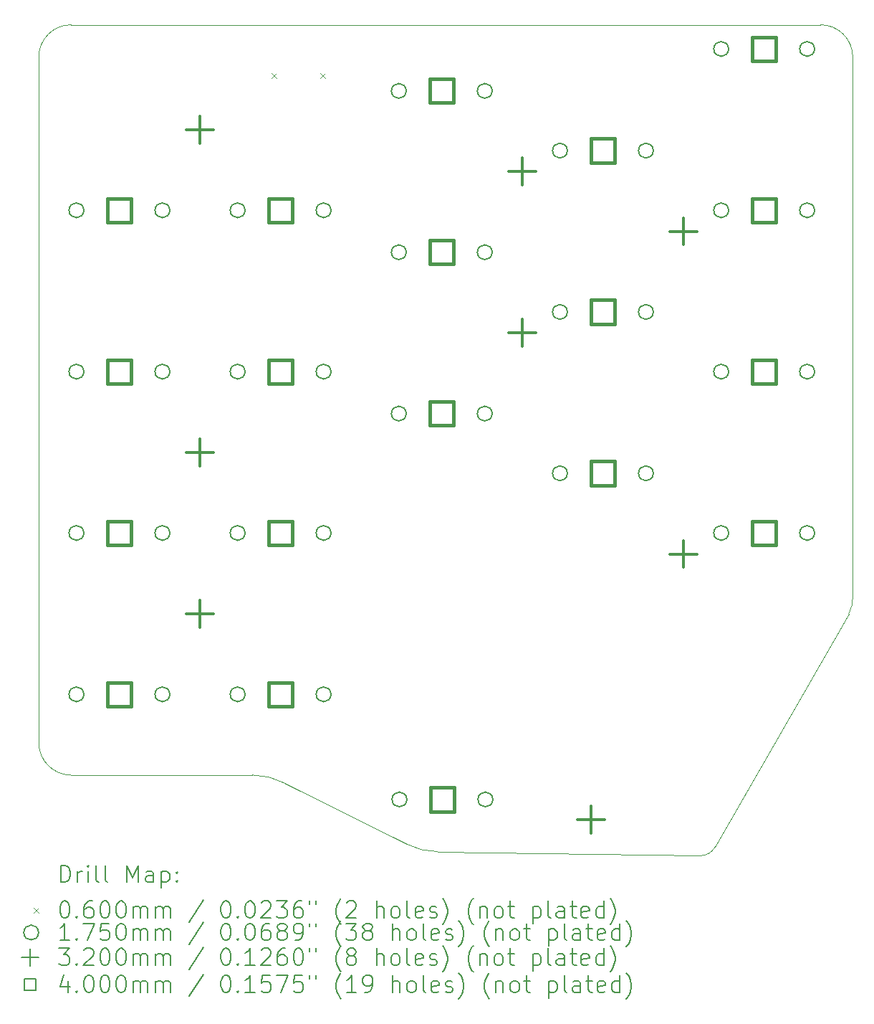
<source format=gbr>
%TF.GenerationSoftware,KiCad,Pcbnew,7.0.9-7.0.9~ubuntu22.04.1*%
%TF.CreationDate,2023-12-10T17:10:42+03:00*%
%TF.ProjectId,Keeb,4b656562-2e6b-4696-9361-645f70636258,rev?*%
%TF.SameCoordinates,Original*%
%TF.FileFunction,Drillmap*%
%TF.FilePolarity,Positive*%
%FSLAX45Y45*%
G04 Gerber Fmt 4.5, Leading zero omitted, Abs format (unit mm)*
G04 Created by KiCad (PCBNEW 7.0.9-7.0.9~ubuntu22.04.1) date 2023-12-10 17:10:42*
%MOMM*%
%LPD*%
G01*
G04 APERTURE LIST*
%ADD10C,0.050000*%
%ADD11C,0.200000*%
%ADD12C,0.100000*%
%ADD13C,0.175000*%
%ADD14C,0.320000*%
%ADD15C,0.400000*%
G04 APERTURE END LIST*
D10*
X13165124Y-12324546D02*
G75*
G03*
X12784125Y-12229294I-381004J-714374D01*
G01*
X10260000Y-3752044D02*
X10260000Y-11848294D01*
X19880250Y-10133794D02*
X19880250Y-3752044D01*
X13165125Y-12324544D02*
X14593875Y-13038919D01*
X10641000Y-3371044D02*
G75*
G03*
X10260000Y-3752044I0J-381000D01*
G01*
X18070500Y-13181796D02*
G75*
G03*
X18250944Y-13081516I8120J197876D01*
G01*
X14593876Y-13038918D02*
G75*
G03*
X14974875Y-13134169I381004J714378D01*
G01*
X19499250Y-3371044D02*
X10641000Y-3371044D01*
X19832623Y-10324293D02*
G75*
G03*
X19880250Y-10133794I-357183J190503D01*
G01*
X18250944Y-13081516D02*
X19832625Y-10324294D01*
X19880246Y-3752044D02*
G75*
G03*
X19499250Y-3371044I-380996J4D01*
G01*
X18070500Y-13181794D02*
X14974875Y-13134169D01*
X10259996Y-11848294D02*
G75*
G03*
X10641000Y-12229294I381004J4D01*
G01*
X12784125Y-12229294D02*
X10641000Y-12229294D01*
D11*
D12*
X13007500Y-3942000D02*
X13067500Y-4002000D01*
X13067500Y-3942000D02*
X13007500Y-4002000D01*
X13585500Y-3942000D02*
X13645500Y-4002000D01*
X13645500Y-3942000D02*
X13585500Y-4002000D01*
D13*
X10792000Y-5561794D02*
G75*
G03*
X10792000Y-5561794I-87500J0D01*
G01*
X10792000Y-7466794D02*
G75*
G03*
X10792000Y-7466794I-87500J0D01*
G01*
X10792000Y-9371794D02*
G75*
G03*
X10792000Y-9371794I-87500J0D01*
G01*
X10792000Y-11276794D02*
G75*
G03*
X10792000Y-11276794I-87500J0D01*
G01*
X11808000Y-5561794D02*
G75*
G03*
X11808000Y-5561794I-87500J0D01*
G01*
X11808000Y-7466794D02*
G75*
G03*
X11808000Y-7466794I-87500J0D01*
G01*
X11808000Y-9371794D02*
G75*
G03*
X11808000Y-9371794I-87500J0D01*
G01*
X11808000Y-11276794D02*
G75*
G03*
X11808000Y-11276794I-87500J0D01*
G01*
X12697000Y-5561794D02*
G75*
G03*
X12697000Y-5561794I-87500J0D01*
G01*
X12697000Y-7466794D02*
G75*
G03*
X12697000Y-7466794I-87500J0D01*
G01*
X12697000Y-9371794D02*
G75*
G03*
X12697000Y-9371794I-87500J0D01*
G01*
X12697000Y-11276794D02*
G75*
G03*
X12697000Y-11276794I-87500J0D01*
G01*
X13713000Y-5561794D02*
G75*
G03*
X13713000Y-5561794I-87500J0D01*
G01*
X13713000Y-7466794D02*
G75*
G03*
X13713000Y-7466794I-87500J0D01*
G01*
X13713000Y-9371794D02*
G75*
G03*
X13713000Y-9371794I-87500J0D01*
G01*
X13713000Y-11276794D02*
G75*
G03*
X13713000Y-11276794I-87500J0D01*
G01*
X14602000Y-4151794D02*
G75*
G03*
X14602000Y-4151794I-87500J0D01*
G01*
X14602000Y-6056794D02*
G75*
G03*
X14602000Y-6056794I-87500J0D01*
G01*
X14602000Y-7961794D02*
G75*
G03*
X14602000Y-7961794I-87500J0D01*
G01*
X14609500Y-12517294D02*
G75*
G03*
X14609500Y-12517294I-87500J0D01*
G01*
X15618000Y-4151794D02*
G75*
G03*
X15618000Y-4151794I-87500J0D01*
G01*
X15618000Y-6056794D02*
G75*
G03*
X15618000Y-6056794I-87500J0D01*
G01*
X15618000Y-7961794D02*
G75*
G03*
X15618000Y-7961794I-87500J0D01*
G01*
X15625500Y-12517294D02*
G75*
G03*
X15625500Y-12517294I-87500J0D01*
G01*
X16507000Y-4856794D02*
G75*
G03*
X16507000Y-4856794I-87500J0D01*
G01*
X16507000Y-6761794D02*
G75*
G03*
X16507000Y-6761794I-87500J0D01*
G01*
X16507000Y-8666794D02*
G75*
G03*
X16507000Y-8666794I-87500J0D01*
G01*
X17523000Y-4856794D02*
G75*
G03*
X17523000Y-4856794I-87500J0D01*
G01*
X17523000Y-6761794D02*
G75*
G03*
X17523000Y-6761794I-87500J0D01*
G01*
X17523000Y-8666794D02*
G75*
G03*
X17523000Y-8666794I-87500J0D01*
G01*
X18412000Y-3656794D02*
G75*
G03*
X18412000Y-3656794I-87500J0D01*
G01*
X18412000Y-5561794D02*
G75*
G03*
X18412000Y-5561794I-87500J0D01*
G01*
X18412000Y-7466794D02*
G75*
G03*
X18412000Y-7466794I-87500J0D01*
G01*
X18412000Y-9371794D02*
G75*
G03*
X18412000Y-9371794I-87500J0D01*
G01*
X19428000Y-3656794D02*
G75*
G03*
X19428000Y-3656794I-87500J0D01*
G01*
X19428000Y-5561794D02*
G75*
G03*
X19428000Y-5561794I-87500J0D01*
G01*
X19428000Y-7466794D02*
G75*
G03*
X19428000Y-7466794I-87500J0D01*
G01*
X19428000Y-9371794D02*
G75*
G03*
X19428000Y-9371794I-87500J0D01*
G01*
D14*
X12165000Y-4449294D02*
X12165000Y-4769294D01*
X12005000Y-4609294D02*
X12325000Y-4609294D01*
X12165000Y-8259294D02*
X12165000Y-8579294D01*
X12005000Y-8419294D02*
X12325000Y-8419294D01*
X12165000Y-10164294D02*
X12165000Y-10484294D01*
X12005000Y-10324294D02*
X12325000Y-10324294D01*
X15975000Y-4944294D02*
X15975000Y-5264294D01*
X15815000Y-5104294D02*
X16135000Y-5104294D01*
X15975000Y-6849294D02*
X15975000Y-7169294D01*
X15815000Y-7009294D02*
X16135000Y-7009294D01*
X16784625Y-12593169D02*
X16784625Y-12913169D01*
X16624625Y-12753169D02*
X16944625Y-12753169D01*
X17880000Y-5649294D02*
X17880000Y-5969294D01*
X17720000Y-5809294D02*
X18040000Y-5809294D01*
X17880000Y-9459294D02*
X17880000Y-9779294D01*
X17720000Y-9619294D02*
X18040000Y-9619294D01*
D15*
X11353923Y-5703217D02*
X11353923Y-5420372D01*
X11071077Y-5420372D01*
X11071077Y-5703217D01*
X11353923Y-5703217D01*
X11353923Y-7608217D02*
X11353923Y-7325372D01*
X11071077Y-7325372D01*
X11071077Y-7608217D01*
X11353923Y-7608217D01*
X11353923Y-9513217D02*
X11353923Y-9230372D01*
X11071077Y-9230372D01*
X11071077Y-9513217D01*
X11353923Y-9513217D01*
X11353923Y-11418217D02*
X11353923Y-11135372D01*
X11071077Y-11135372D01*
X11071077Y-11418217D01*
X11353923Y-11418217D01*
X13258923Y-5703217D02*
X13258923Y-5420372D01*
X12976077Y-5420372D01*
X12976077Y-5703217D01*
X13258923Y-5703217D01*
X13258923Y-7608217D02*
X13258923Y-7325372D01*
X12976077Y-7325372D01*
X12976077Y-7608217D01*
X13258923Y-7608217D01*
X13258923Y-9513217D02*
X13258923Y-9230372D01*
X12976077Y-9230372D01*
X12976077Y-9513217D01*
X13258923Y-9513217D01*
X13258923Y-11418217D02*
X13258923Y-11135372D01*
X12976077Y-11135372D01*
X12976077Y-11418217D01*
X13258923Y-11418217D01*
X15163923Y-4293217D02*
X15163923Y-4010372D01*
X14881077Y-4010372D01*
X14881077Y-4293217D01*
X15163923Y-4293217D01*
X15163923Y-6198217D02*
X15163923Y-5915372D01*
X14881077Y-5915372D01*
X14881077Y-6198217D01*
X15163923Y-6198217D01*
X15163923Y-8103217D02*
X15163923Y-7820372D01*
X14881077Y-7820372D01*
X14881077Y-8103217D01*
X15163923Y-8103217D01*
X15171423Y-12658717D02*
X15171423Y-12375872D01*
X14888577Y-12375872D01*
X14888577Y-12658717D01*
X15171423Y-12658717D01*
X17068923Y-4998217D02*
X17068923Y-4715372D01*
X16786077Y-4715372D01*
X16786077Y-4998217D01*
X17068923Y-4998217D01*
X17068923Y-6903217D02*
X17068923Y-6620372D01*
X16786077Y-6620372D01*
X16786077Y-6903217D01*
X17068923Y-6903217D01*
X17068923Y-8808217D02*
X17068923Y-8525372D01*
X16786077Y-8525372D01*
X16786077Y-8808217D01*
X17068923Y-8808217D01*
X18973923Y-3798217D02*
X18973923Y-3515372D01*
X18691077Y-3515372D01*
X18691077Y-3798217D01*
X18973923Y-3798217D01*
X18973923Y-5703217D02*
X18973923Y-5420372D01*
X18691077Y-5420372D01*
X18691077Y-5703217D01*
X18973923Y-5703217D01*
X18973923Y-7608217D02*
X18973923Y-7325372D01*
X18691077Y-7325372D01*
X18691077Y-7608217D01*
X18973923Y-7608217D01*
X18973923Y-9513217D02*
X18973923Y-9230372D01*
X18691077Y-9230372D01*
X18691077Y-9513217D01*
X18973923Y-9513217D01*
D11*
X10518277Y-13495946D02*
X10518277Y-13295946D01*
X10518277Y-13295946D02*
X10565896Y-13295946D01*
X10565896Y-13295946D02*
X10594467Y-13305470D01*
X10594467Y-13305470D02*
X10613515Y-13324517D01*
X10613515Y-13324517D02*
X10623039Y-13343565D01*
X10623039Y-13343565D02*
X10632563Y-13381660D01*
X10632563Y-13381660D02*
X10632563Y-13410232D01*
X10632563Y-13410232D02*
X10623039Y-13448327D01*
X10623039Y-13448327D02*
X10613515Y-13467374D01*
X10613515Y-13467374D02*
X10594467Y-13486422D01*
X10594467Y-13486422D02*
X10565896Y-13495946D01*
X10565896Y-13495946D02*
X10518277Y-13495946D01*
X10718277Y-13495946D02*
X10718277Y-13362613D01*
X10718277Y-13400708D02*
X10727801Y-13381660D01*
X10727801Y-13381660D02*
X10737324Y-13372136D01*
X10737324Y-13372136D02*
X10756372Y-13362613D01*
X10756372Y-13362613D02*
X10775420Y-13362613D01*
X10842086Y-13495946D02*
X10842086Y-13362613D01*
X10842086Y-13295946D02*
X10832563Y-13305470D01*
X10832563Y-13305470D02*
X10842086Y-13314994D01*
X10842086Y-13314994D02*
X10851610Y-13305470D01*
X10851610Y-13305470D02*
X10842086Y-13295946D01*
X10842086Y-13295946D02*
X10842086Y-13314994D01*
X10965896Y-13495946D02*
X10946848Y-13486422D01*
X10946848Y-13486422D02*
X10937324Y-13467374D01*
X10937324Y-13467374D02*
X10937324Y-13295946D01*
X11070658Y-13495946D02*
X11051610Y-13486422D01*
X11051610Y-13486422D02*
X11042086Y-13467374D01*
X11042086Y-13467374D02*
X11042086Y-13295946D01*
X11299229Y-13495946D02*
X11299229Y-13295946D01*
X11299229Y-13295946D02*
X11365896Y-13438803D01*
X11365896Y-13438803D02*
X11432562Y-13295946D01*
X11432562Y-13295946D02*
X11432562Y-13495946D01*
X11613515Y-13495946D02*
X11613515Y-13391184D01*
X11613515Y-13391184D02*
X11603991Y-13372136D01*
X11603991Y-13372136D02*
X11584943Y-13362613D01*
X11584943Y-13362613D02*
X11546848Y-13362613D01*
X11546848Y-13362613D02*
X11527801Y-13372136D01*
X11613515Y-13486422D02*
X11594467Y-13495946D01*
X11594467Y-13495946D02*
X11546848Y-13495946D01*
X11546848Y-13495946D02*
X11527801Y-13486422D01*
X11527801Y-13486422D02*
X11518277Y-13467374D01*
X11518277Y-13467374D02*
X11518277Y-13448327D01*
X11518277Y-13448327D02*
X11527801Y-13429279D01*
X11527801Y-13429279D02*
X11546848Y-13419755D01*
X11546848Y-13419755D02*
X11594467Y-13419755D01*
X11594467Y-13419755D02*
X11613515Y-13410232D01*
X11708753Y-13362613D02*
X11708753Y-13562613D01*
X11708753Y-13372136D02*
X11727801Y-13362613D01*
X11727801Y-13362613D02*
X11765896Y-13362613D01*
X11765896Y-13362613D02*
X11784943Y-13372136D01*
X11784943Y-13372136D02*
X11794467Y-13381660D01*
X11794467Y-13381660D02*
X11803991Y-13400708D01*
X11803991Y-13400708D02*
X11803991Y-13457851D01*
X11803991Y-13457851D02*
X11794467Y-13476898D01*
X11794467Y-13476898D02*
X11784943Y-13486422D01*
X11784943Y-13486422D02*
X11765896Y-13495946D01*
X11765896Y-13495946D02*
X11727801Y-13495946D01*
X11727801Y-13495946D02*
X11708753Y-13486422D01*
X11889705Y-13476898D02*
X11899229Y-13486422D01*
X11899229Y-13486422D02*
X11889705Y-13495946D01*
X11889705Y-13495946D02*
X11880182Y-13486422D01*
X11880182Y-13486422D02*
X11889705Y-13476898D01*
X11889705Y-13476898D02*
X11889705Y-13495946D01*
X11889705Y-13372136D02*
X11899229Y-13381660D01*
X11899229Y-13381660D02*
X11889705Y-13391184D01*
X11889705Y-13391184D02*
X11880182Y-13381660D01*
X11880182Y-13381660D02*
X11889705Y-13372136D01*
X11889705Y-13372136D02*
X11889705Y-13391184D01*
D12*
X10197500Y-13794462D02*
X10257500Y-13854462D01*
X10257500Y-13794462D02*
X10197500Y-13854462D01*
D11*
X10556372Y-13715946D02*
X10575420Y-13715946D01*
X10575420Y-13715946D02*
X10594467Y-13725470D01*
X10594467Y-13725470D02*
X10603991Y-13734994D01*
X10603991Y-13734994D02*
X10613515Y-13754041D01*
X10613515Y-13754041D02*
X10623039Y-13792136D01*
X10623039Y-13792136D02*
X10623039Y-13839755D01*
X10623039Y-13839755D02*
X10613515Y-13877851D01*
X10613515Y-13877851D02*
X10603991Y-13896898D01*
X10603991Y-13896898D02*
X10594467Y-13906422D01*
X10594467Y-13906422D02*
X10575420Y-13915946D01*
X10575420Y-13915946D02*
X10556372Y-13915946D01*
X10556372Y-13915946D02*
X10537324Y-13906422D01*
X10537324Y-13906422D02*
X10527801Y-13896898D01*
X10527801Y-13896898D02*
X10518277Y-13877851D01*
X10518277Y-13877851D02*
X10508753Y-13839755D01*
X10508753Y-13839755D02*
X10508753Y-13792136D01*
X10508753Y-13792136D02*
X10518277Y-13754041D01*
X10518277Y-13754041D02*
X10527801Y-13734994D01*
X10527801Y-13734994D02*
X10537324Y-13725470D01*
X10537324Y-13725470D02*
X10556372Y-13715946D01*
X10708753Y-13896898D02*
X10718277Y-13906422D01*
X10718277Y-13906422D02*
X10708753Y-13915946D01*
X10708753Y-13915946D02*
X10699229Y-13906422D01*
X10699229Y-13906422D02*
X10708753Y-13896898D01*
X10708753Y-13896898D02*
X10708753Y-13915946D01*
X10889705Y-13715946D02*
X10851610Y-13715946D01*
X10851610Y-13715946D02*
X10832563Y-13725470D01*
X10832563Y-13725470D02*
X10823039Y-13734994D01*
X10823039Y-13734994D02*
X10803991Y-13763565D01*
X10803991Y-13763565D02*
X10794467Y-13801660D01*
X10794467Y-13801660D02*
X10794467Y-13877851D01*
X10794467Y-13877851D02*
X10803991Y-13896898D01*
X10803991Y-13896898D02*
X10813515Y-13906422D01*
X10813515Y-13906422D02*
X10832563Y-13915946D01*
X10832563Y-13915946D02*
X10870658Y-13915946D01*
X10870658Y-13915946D02*
X10889705Y-13906422D01*
X10889705Y-13906422D02*
X10899229Y-13896898D01*
X10899229Y-13896898D02*
X10908753Y-13877851D01*
X10908753Y-13877851D02*
X10908753Y-13830232D01*
X10908753Y-13830232D02*
X10899229Y-13811184D01*
X10899229Y-13811184D02*
X10889705Y-13801660D01*
X10889705Y-13801660D02*
X10870658Y-13792136D01*
X10870658Y-13792136D02*
X10832563Y-13792136D01*
X10832563Y-13792136D02*
X10813515Y-13801660D01*
X10813515Y-13801660D02*
X10803991Y-13811184D01*
X10803991Y-13811184D02*
X10794467Y-13830232D01*
X11032563Y-13715946D02*
X11051610Y-13715946D01*
X11051610Y-13715946D02*
X11070658Y-13725470D01*
X11070658Y-13725470D02*
X11080182Y-13734994D01*
X11080182Y-13734994D02*
X11089705Y-13754041D01*
X11089705Y-13754041D02*
X11099229Y-13792136D01*
X11099229Y-13792136D02*
X11099229Y-13839755D01*
X11099229Y-13839755D02*
X11089705Y-13877851D01*
X11089705Y-13877851D02*
X11080182Y-13896898D01*
X11080182Y-13896898D02*
X11070658Y-13906422D01*
X11070658Y-13906422D02*
X11051610Y-13915946D01*
X11051610Y-13915946D02*
X11032563Y-13915946D01*
X11032563Y-13915946D02*
X11013515Y-13906422D01*
X11013515Y-13906422D02*
X11003991Y-13896898D01*
X11003991Y-13896898D02*
X10994467Y-13877851D01*
X10994467Y-13877851D02*
X10984944Y-13839755D01*
X10984944Y-13839755D02*
X10984944Y-13792136D01*
X10984944Y-13792136D02*
X10994467Y-13754041D01*
X10994467Y-13754041D02*
X11003991Y-13734994D01*
X11003991Y-13734994D02*
X11013515Y-13725470D01*
X11013515Y-13725470D02*
X11032563Y-13715946D01*
X11223039Y-13715946D02*
X11242086Y-13715946D01*
X11242086Y-13715946D02*
X11261134Y-13725470D01*
X11261134Y-13725470D02*
X11270658Y-13734994D01*
X11270658Y-13734994D02*
X11280182Y-13754041D01*
X11280182Y-13754041D02*
X11289705Y-13792136D01*
X11289705Y-13792136D02*
X11289705Y-13839755D01*
X11289705Y-13839755D02*
X11280182Y-13877851D01*
X11280182Y-13877851D02*
X11270658Y-13896898D01*
X11270658Y-13896898D02*
X11261134Y-13906422D01*
X11261134Y-13906422D02*
X11242086Y-13915946D01*
X11242086Y-13915946D02*
X11223039Y-13915946D01*
X11223039Y-13915946D02*
X11203991Y-13906422D01*
X11203991Y-13906422D02*
X11194467Y-13896898D01*
X11194467Y-13896898D02*
X11184943Y-13877851D01*
X11184943Y-13877851D02*
X11175420Y-13839755D01*
X11175420Y-13839755D02*
X11175420Y-13792136D01*
X11175420Y-13792136D02*
X11184943Y-13754041D01*
X11184943Y-13754041D02*
X11194467Y-13734994D01*
X11194467Y-13734994D02*
X11203991Y-13725470D01*
X11203991Y-13725470D02*
X11223039Y-13715946D01*
X11375420Y-13915946D02*
X11375420Y-13782613D01*
X11375420Y-13801660D02*
X11384943Y-13792136D01*
X11384943Y-13792136D02*
X11403991Y-13782613D01*
X11403991Y-13782613D02*
X11432563Y-13782613D01*
X11432563Y-13782613D02*
X11451610Y-13792136D01*
X11451610Y-13792136D02*
X11461134Y-13811184D01*
X11461134Y-13811184D02*
X11461134Y-13915946D01*
X11461134Y-13811184D02*
X11470658Y-13792136D01*
X11470658Y-13792136D02*
X11489705Y-13782613D01*
X11489705Y-13782613D02*
X11518277Y-13782613D01*
X11518277Y-13782613D02*
X11537324Y-13792136D01*
X11537324Y-13792136D02*
X11546848Y-13811184D01*
X11546848Y-13811184D02*
X11546848Y-13915946D01*
X11642086Y-13915946D02*
X11642086Y-13782613D01*
X11642086Y-13801660D02*
X11651610Y-13792136D01*
X11651610Y-13792136D02*
X11670658Y-13782613D01*
X11670658Y-13782613D02*
X11699229Y-13782613D01*
X11699229Y-13782613D02*
X11718277Y-13792136D01*
X11718277Y-13792136D02*
X11727801Y-13811184D01*
X11727801Y-13811184D02*
X11727801Y-13915946D01*
X11727801Y-13811184D02*
X11737324Y-13792136D01*
X11737324Y-13792136D02*
X11756372Y-13782613D01*
X11756372Y-13782613D02*
X11784943Y-13782613D01*
X11784943Y-13782613D02*
X11803991Y-13792136D01*
X11803991Y-13792136D02*
X11813515Y-13811184D01*
X11813515Y-13811184D02*
X11813515Y-13915946D01*
X12203991Y-13706422D02*
X12032563Y-13963565D01*
X12461134Y-13715946D02*
X12480182Y-13715946D01*
X12480182Y-13715946D02*
X12499229Y-13725470D01*
X12499229Y-13725470D02*
X12508753Y-13734994D01*
X12508753Y-13734994D02*
X12518277Y-13754041D01*
X12518277Y-13754041D02*
X12527801Y-13792136D01*
X12527801Y-13792136D02*
X12527801Y-13839755D01*
X12527801Y-13839755D02*
X12518277Y-13877851D01*
X12518277Y-13877851D02*
X12508753Y-13896898D01*
X12508753Y-13896898D02*
X12499229Y-13906422D01*
X12499229Y-13906422D02*
X12480182Y-13915946D01*
X12480182Y-13915946D02*
X12461134Y-13915946D01*
X12461134Y-13915946D02*
X12442086Y-13906422D01*
X12442086Y-13906422D02*
X12432563Y-13896898D01*
X12432563Y-13896898D02*
X12423039Y-13877851D01*
X12423039Y-13877851D02*
X12413515Y-13839755D01*
X12413515Y-13839755D02*
X12413515Y-13792136D01*
X12413515Y-13792136D02*
X12423039Y-13754041D01*
X12423039Y-13754041D02*
X12432563Y-13734994D01*
X12432563Y-13734994D02*
X12442086Y-13725470D01*
X12442086Y-13725470D02*
X12461134Y-13715946D01*
X12613515Y-13896898D02*
X12623039Y-13906422D01*
X12623039Y-13906422D02*
X12613515Y-13915946D01*
X12613515Y-13915946D02*
X12603991Y-13906422D01*
X12603991Y-13906422D02*
X12613515Y-13896898D01*
X12613515Y-13896898D02*
X12613515Y-13915946D01*
X12746848Y-13715946D02*
X12765896Y-13715946D01*
X12765896Y-13715946D02*
X12784944Y-13725470D01*
X12784944Y-13725470D02*
X12794467Y-13734994D01*
X12794467Y-13734994D02*
X12803991Y-13754041D01*
X12803991Y-13754041D02*
X12813515Y-13792136D01*
X12813515Y-13792136D02*
X12813515Y-13839755D01*
X12813515Y-13839755D02*
X12803991Y-13877851D01*
X12803991Y-13877851D02*
X12794467Y-13896898D01*
X12794467Y-13896898D02*
X12784944Y-13906422D01*
X12784944Y-13906422D02*
X12765896Y-13915946D01*
X12765896Y-13915946D02*
X12746848Y-13915946D01*
X12746848Y-13915946D02*
X12727801Y-13906422D01*
X12727801Y-13906422D02*
X12718277Y-13896898D01*
X12718277Y-13896898D02*
X12708753Y-13877851D01*
X12708753Y-13877851D02*
X12699229Y-13839755D01*
X12699229Y-13839755D02*
X12699229Y-13792136D01*
X12699229Y-13792136D02*
X12708753Y-13754041D01*
X12708753Y-13754041D02*
X12718277Y-13734994D01*
X12718277Y-13734994D02*
X12727801Y-13725470D01*
X12727801Y-13725470D02*
X12746848Y-13715946D01*
X12889706Y-13734994D02*
X12899229Y-13725470D01*
X12899229Y-13725470D02*
X12918277Y-13715946D01*
X12918277Y-13715946D02*
X12965896Y-13715946D01*
X12965896Y-13715946D02*
X12984944Y-13725470D01*
X12984944Y-13725470D02*
X12994467Y-13734994D01*
X12994467Y-13734994D02*
X13003991Y-13754041D01*
X13003991Y-13754041D02*
X13003991Y-13773089D01*
X13003991Y-13773089D02*
X12994467Y-13801660D01*
X12994467Y-13801660D02*
X12880182Y-13915946D01*
X12880182Y-13915946D02*
X13003991Y-13915946D01*
X13070658Y-13715946D02*
X13194467Y-13715946D01*
X13194467Y-13715946D02*
X13127801Y-13792136D01*
X13127801Y-13792136D02*
X13156372Y-13792136D01*
X13156372Y-13792136D02*
X13175420Y-13801660D01*
X13175420Y-13801660D02*
X13184944Y-13811184D01*
X13184944Y-13811184D02*
X13194467Y-13830232D01*
X13194467Y-13830232D02*
X13194467Y-13877851D01*
X13194467Y-13877851D02*
X13184944Y-13896898D01*
X13184944Y-13896898D02*
X13175420Y-13906422D01*
X13175420Y-13906422D02*
X13156372Y-13915946D01*
X13156372Y-13915946D02*
X13099229Y-13915946D01*
X13099229Y-13915946D02*
X13080182Y-13906422D01*
X13080182Y-13906422D02*
X13070658Y-13896898D01*
X13365896Y-13715946D02*
X13327801Y-13715946D01*
X13327801Y-13715946D02*
X13308753Y-13725470D01*
X13308753Y-13725470D02*
X13299229Y-13734994D01*
X13299229Y-13734994D02*
X13280182Y-13763565D01*
X13280182Y-13763565D02*
X13270658Y-13801660D01*
X13270658Y-13801660D02*
X13270658Y-13877851D01*
X13270658Y-13877851D02*
X13280182Y-13896898D01*
X13280182Y-13896898D02*
X13289706Y-13906422D01*
X13289706Y-13906422D02*
X13308753Y-13915946D01*
X13308753Y-13915946D02*
X13346848Y-13915946D01*
X13346848Y-13915946D02*
X13365896Y-13906422D01*
X13365896Y-13906422D02*
X13375420Y-13896898D01*
X13375420Y-13896898D02*
X13384944Y-13877851D01*
X13384944Y-13877851D02*
X13384944Y-13830232D01*
X13384944Y-13830232D02*
X13375420Y-13811184D01*
X13375420Y-13811184D02*
X13365896Y-13801660D01*
X13365896Y-13801660D02*
X13346848Y-13792136D01*
X13346848Y-13792136D02*
X13308753Y-13792136D01*
X13308753Y-13792136D02*
X13289706Y-13801660D01*
X13289706Y-13801660D02*
X13280182Y-13811184D01*
X13280182Y-13811184D02*
X13270658Y-13830232D01*
X13461134Y-13715946D02*
X13461134Y-13754041D01*
X13537325Y-13715946D02*
X13537325Y-13754041D01*
X13832563Y-13992136D02*
X13823039Y-13982613D01*
X13823039Y-13982613D02*
X13803991Y-13954041D01*
X13803991Y-13954041D02*
X13794468Y-13934994D01*
X13794468Y-13934994D02*
X13784944Y-13906422D01*
X13784944Y-13906422D02*
X13775420Y-13858803D01*
X13775420Y-13858803D02*
X13775420Y-13820708D01*
X13775420Y-13820708D02*
X13784944Y-13773089D01*
X13784944Y-13773089D02*
X13794468Y-13744517D01*
X13794468Y-13744517D02*
X13803991Y-13725470D01*
X13803991Y-13725470D02*
X13823039Y-13696898D01*
X13823039Y-13696898D02*
X13832563Y-13687374D01*
X13899229Y-13734994D02*
X13908753Y-13725470D01*
X13908753Y-13725470D02*
X13927801Y-13715946D01*
X13927801Y-13715946D02*
X13975420Y-13715946D01*
X13975420Y-13715946D02*
X13994468Y-13725470D01*
X13994468Y-13725470D02*
X14003991Y-13734994D01*
X14003991Y-13734994D02*
X14013515Y-13754041D01*
X14013515Y-13754041D02*
X14013515Y-13773089D01*
X14013515Y-13773089D02*
X14003991Y-13801660D01*
X14003991Y-13801660D02*
X13889706Y-13915946D01*
X13889706Y-13915946D02*
X14013515Y-13915946D01*
X14251610Y-13915946D02*
X14251610Y-13715946D01*
X14337325Y-13915946D02*
X14337325Y-13811184D01*
X14337325Y-13811184D02*
X14327801Y-13792136D01*
X14327801Y-13792136D02*
X14308753Y-13782613D01*
X14308753Y-13782613D02*
X14280182Y-13782613D01*
X14280182Y-13782613D02*
X14261134Y-13792136D01*
X14261134Y-13792136D02*
X14251610Y-13801660D01*
X14461134Y-13915946D02*
X14442087Y-13906422D01*
X14442087Y-13906422D02*
X14432563Y-13896898D01*
X14432563Y-13896898D02*
X14423039Y-13877851D01*
X14423039Y-13877851D02*
X14423039Y-13820708D01*
X14423039Y-13820708D02*
X14432563Y-13801660D01*
X14432563Y-13801660D02*
X14442087Y-13792136D01*
X14442087Y-13792136D02*
X14461134Y-13782613D01*
X14461134Y-13782613D02*
X14489706Y-13782613D01*
X14489706Y-13782613D02*
X14508753Y-13792136D01*
X14508753Y-13792136D02*
X14518277Y-13801660D01*
X14518277Y-13801660D02*
X14527801Y-13820708D01*
X14527801Y-13820708D02*
X14527801Y-13877851D01*
X14527801Y-13877851D02*
X14518277Y-13896898D01*
X14518277Y-13896898D02*
X14508753Y-13906422D01*
X14508753Y-13906422D02*
X14489706Y-13915946D01*
X14489706Y-13915946D02*
X14461134Y-13915946D01*
X14642087Y-13915946D02*
X14623039Y-13906422D01*
X14623039Y-13906422D02*
X14613515Y-13887374D01*
X14613515Y-13887374D02*
X14613515Y-13715946D01*
X14794468Y-13906422D02*
X14775420Y-13915946D01*
X14775420Y-13915946D02*
X14737325Y-13915946D01*
X14737325Y-13915946D02*
X14718277Y-13906422D01*
X14718277Y-13906422D02*
X14708753Y-13887374D01*
X14708753Y-13887374D02*
X14708753Y-13811184D01*
X14708753Y-13811184D02*
X14718277Y-13792136D01*
X14718277Y-13792136D02*
X14737325Y-13782613D01*
X14737325Y-13782613D02*
X14775420Y-13782613D01*
X14775420Y-13782613D02*
X14794468Y-13792136D01*
X14794468Y-13792136D02*
X14803991Y-13811184D01*
X14803991Y-13811184D02*
X14803991Y-13830232D01*
X14803991Y-13830232D02*
X14708753Y-13849279D01*
X14880182Y-13906422D02*
X14899230Y-13915946D01*
X14899230Y-13915946D02*
X14937325Y-13915946D01*
X14937325Y-13915946D02*
X14956372Y-13906422D01*
X14956372Y-13906422D02*
X14965896Y-13887374D01*
X14965896Y-13887374D02*
X14965896Y-13877851D01*
X14965896Y-13877851D02*
X14956372Y-13858803D01*
X14956372Y-13858803D02*
X14937325Y-13849279D01*
X14937325Y-13849279D02*
X14908753Y-13849279D01*
X14908753Y-13849279D02*
X14889706Y-13839755D01*
X14889706Y-13839755D02*
X14880182Y-13820708D01*
X14880182Y-13820708D02*
X14880182Y-13811184D01*
X14880182Y-13811184D02*
X14889706Y-13792136D01*
X14889706Y-13792136D02*
X14908753Y-13782613D01*
X14908753Y-13782613D02*
X14937325Y-13782613D01*
X14937325Y-13782613D02*
X14956372Y-13792136D01*
X15032563Y-13992136D02*
X15042087Y-13982613D01*
X15042087Y-13982613D02*
X15061134Y-13954041D01*
X15061134Y-13954041D02*
X15070658Y-13934994D01*
X15070658Y-13934994D02*
X15080182Y-13906422D01*
X15080182Y-13906422D02*
X15089706Y-13858803D01*
X15089706Y-13858803D02*
X15089706Y-13820708D01*
X15089706Y-13820708D02*
X15080182Y-13773089D01*
X15080182Y-13773089D02*
X15070658Y-13744517D01*
X15070658Y-13744517D02*
X15061134Y-13725470D01*
X15061134Y-13725470D02*
X15042087Y-13696898D01*
X15042087Y-13696898D02*
X15032563Y-13687374D01*
X15394468Y-13992136D02*
X15384944Y-13982613D01*
X15384944Y-13982613D02*
X15365896Y-13954041D01*
X15365896Y-13954041D02*
X15356372Y-13934994D01*
X15356372Y-13934994D02*
X15346849Y-13906422D01*
X15346849Y-13906422D02*
X15337325Y-13858803D01*
X15337325Y-13858803D02*
X15337325Y-13820708D01*
X15337325Y-13820708D02*
X15346849Y-13773089D01*
X15346849Y-13773089D02*
X15356372Y-13744517D01*
X15356372Y-13744517D02*
X15365896Y-13725470D01*
X15365896Y-13725470D02*
X15384944Y-13696898D01*
X15384944Y-13696898D02*
X15394468Y-13687374D01*
X15470658Y-13782613D02*
X15470658Y-13915946D01*
X15470658Y-13801660D02*
X15480182Y-13792136D01*
X15480182Y-13792136D02*
X15499230Y-13782613D01*
X15499230Y-13782613D02*
X15527801Y-13782613D01*
X15527801Y-13782613D02*
X15546849Y-13792136D01*
X15546849Y-13792136D02*
X15556372Y-13811184D01*
X15556372Y-13811184D02*
X15556372Y-13915946D01*
X15680182Y-13915946D02*
X15661134Y-13906422D01*
X15661134Y-13906422D02*
X15651611Y-13896898D01*
X15651611Y-13896898D02*
X15642087Y-13877851D01*
X15642087Y-13877851D02*
X15642087Y-13820708D01*
X15642087Y-13820708D02*
X15651611Y-13801660D01*
X15651611Y-13801660D02*
X15661134Y-13792136D01*
X15661134Y-13792136D02*
X15680182Y-13782613D01*
X15680182Y-13782613D02*
X15708753Y-13782613D01*
X15708753Y-13782613D02*
X15727801Y-13792136D01*
X15727801Y-13792136D02*
X15737325Y-13801660D01*
X15737325Y-13801660D02*
X15746849Y-13820708D01*
X15746849Y-13820708D02*
X15746849Y-13877851D01*
X15746849Y-13877851D02*
X15737325Y-13896898D01*
X15737325Y-13896898D02*
X15727801Y-13906422D01*
X15727801Y-13906422D02*
X15708753Y-13915946D01*
X15708753Y-13915946D02*
X15680182Y-13915946D01*
X15803992Y-13782613D02*
X15880182Y-13782613D01*
X15832563Y-13715946D02*
X15832563Y-13887374D01*
X15832563Y-13887374D02*
X15842087Y-13906422D01*
X15842087Y-13906422D02*
X15861134Y-13915946D01*
X15861134Y-13915946D02*
X15880182Y-13915946D01*
X16099230Y-13782613D02*
X16099230Y-13982613D01*
X16099230Y-13792136D02*
X16118277Y-13782613D01*
X16118277Y-13782613D02*
X16156373Y-13782613D01*
X16156373Y-13782613D02*
X16175420Y-13792136D01*
X16175420Y-13792136D02*
X16184944Y-13801660D01*
X16184944Y-13801660D02*
X16194468Y-13820708D01*
X16194468Y-13820708D02*
X16194468Y-13877851D01*
X16194468Y-13877851D02*
X16184944Y-13896898D01*
X16184944Y-13896898D02*
X16175420Y-13906422D01*
X16175420Y-13906422D02*
X16156373Y-13915946D01*
X16156373Y-13915946D02*
X16118277Y-13915946D01*
X16118277Y-13915946D02*
X16099230Y-13906422D01*
X16308753Y-13915946D02*
X16289706Y-13906422D01*
X16289706Y-13906422D02*
X16280182Y-13887374D01*
X16280182Y-13887374D02*
X16280182Y-13715946D01*
X16470658Y-13915946D02*
X16470658Y-13811184D01*
X16470658Y-13811184D02*
X16461134Y-13792136D01*
X16461134Y-13792136D02*
X16442087Y-13782613D01*
X16442087Y-13782613D02*
X16403992Y-13782613D01*
X16403992Y-13782613D02*
X16384944Y-13792136D01*
X16470658Y-13906422D02*
X16451611Y-13915946D01*
X16451611Y-13915946D02*
X16403992Y-13915946D01*
X16403992Y-13915946D02*
X16384944Y-13906422D01*
X16384944Y-13906422D02*
X16375420Y-13887374D01*
X16375420Y-13887374D02*
X16375420Y-13868327D01*
X16375420Y-13868327D02*
X16384944Y-13849279D01*
X16384944Y-13849279D02*
X16403992Y-13839755D01*
X16403992Y-13839755D02*
X16451611Y-13839755D01*
X16451611Y-13839755D02*
X16470658Y-13830232D01*
X16537325Y-13782613D02*
X16613515Y-13782613D01*
X16565896Y-13715946D02*
X16565896Y-13887374D01*
X16565896Y-13887374D02*
X16575420Y-13906422D01*
X16575420Y-13906422D02*
X16594468Y-13915946D01*
X16594468Y-13915946D02*
X16613515Y-13915946D01*
X16756373Y-13906422D02*
X16737325Y-13915946D01*
X16737325Y-13915946D02*
X16699230Y-13915946D01*
X16699230Y-13915946D02*
X16680182Y-13906422D01*
X16680182Y-13906422D02*
X16670658Y-13887374D01*
X16670658Y-13887374D02*
X16670658Y-13811184D01*
X16670658Y-13811184D02*
X16680182Y-13792136D01*
X16680182Y-13792136D02*
X16699230Y-13782613D01*
X16699230Y-13782613D02*
X16737325Y-13782613D01*
X16737325Y-13782613D02*
X16756373Y-13792136D01*
X16756373Y-13792136D02*
X16765896Y-13811184D01*
X16765896Y-13811184D02*
X16765896Y-13830232D01*
X16765896Y-13830232D02*
X16670658Y-13849279D01*
X16937325Y-13915946D02*
X16937325Y-13715946D01*
X16937325Y-13906422D02*
X16918277Y-13915946D01*
X16918277Y-13915946D02*
X16880182Y-13915946D01*
X16880182Y-13915946D02*
X16861135Y-13906422D01*
X16861135Y-13906422D02*
X16851611Y-13896898D01*
X16851611Y-13896898D02*
X16842087Y-13877851D01*
X16842087Y-13877851D02*
X16842087Y-13820708D01*
X16842087Y-13820708D02*
X16851611Y-13801660D01*
X16851611Y-13801660D02*
X16861135Y-13792136D01*
X16861135Y-13792136D02*
X16880182Y-13782613D01*
X16880182Y-13782613D02*
X16918277Y-13782613D01*
X16918277Y-13782613D02*
X16937325Y-13792136D01*
X17013516Y-13992136D02*
X17023039Y-13982613D01*
X17023039Y-13982613D02*
X17042087Y-13954041D01*
X17042087Y-13954041D02*
X17051611Y-13934994D01*
X17051611Y-13934994D02*
X17061135Y-13906422D01*
X17061135Y-13906422D02*
X17070658Y-13858803D01*
X17070658Y-13858803D02*
X17070658Y-13820708D01*
X17070658Y-13820708D02*
X17061135Y-13773089D01*
X17061135Y-13773089D02*
X17051611Y-13744517D01*
X17051611Y-13744517D02*
X17042087Y-13725470D01*
X17042087Y-13725470D02*
X17023039Y-13696898D01*
X17023039Y-13696898D02*
X17013516Y-13687374D01*
D13*
X10257500Y-14088462D02*
G75*
G03*
X10257500Y-14088462I-87500J0D01*
G01*
D11*
X10623039Y-14179946D02*
X10508753Y-14179946D01*
X10565896Y-14179946D02*
X10565896Y-13979946D01*
X10565896Y-13979946D02*
X10546848Y-14008517D01*
X10546848Y-14008517D02*
X10527801Y-14027565D01*
X10527801Y-14027565D02*
X10508753Y-14037089D01*
X10708753Y-14160898D02*
X10718277Y-14170422D01*
X10718277Y-14170422D02*
X10708753Y-14179946D01*
X10708753Y-14179946D02*
X10699229Y-14170422D01*
X10699229Y-14170422D02*
X10708753Y-14160898D01*
X10708753Y-14160898D02*
X10708753Y-14179946D01*
X10784944Y-13979946D02*
X10918277Y-13979946D01*
X10918277Y-13979946D02*
X10832563Y-14179946D01*
X11089705Y-13979946D02*
X10994467Y-13979946D01*
X10994467Y-13979946D02*
X10984944Y-14075184D01*
X10984944Y-14075184D02*
X10994467Y-14065660D01*
X10994467Y-14065660D02*
X11013515Y-14056136D01*
X11013515Y-14056136D02*
X11061134Y-14056136D01*
X11061134Y-14056136D02*
X11080182Y-14065660D01*
X11080182Y-14065660D02*
X11089705Y-14075184D01*
X11089705Y-14075184D02*
X11099229Y-14094232D01*
X11099229Y-14094232D02*
X11099229Y-14141851D01*
X11099229Y-14141851D02*
X11089705Y-14160898D01*
X11089705Y-14160898D02*
X11080182Y-14170422D01*
X11080182Y-14170422D02*
X11061134Y-14179946D01*
X11061134Y-14179946D02*
X11013515Y-14179946D01*
X11013515Y-14179946D02*
X10994467Y-14170422D01*
X10994467Y-14170422D02*
X10984944Y-14160898D01*
X11223039Y-13979946D02*
X11242086Y-13979946D01*
X11242086Y-13979946D02*
X11261134Y-13989470D01*
X11261134Y-13989470D02*
X11270658Y-13998994D01*
X11270658Y-13998994D02*
X11280182Y-14018041D01*
X11280182Y-14018041D02*
X11289705Y-14056136D01*
X11289705Y-14056136D02*
X11289705Y-14103755D01*
X11289705Y-14103755D02*
X11280182Y-14141851D01*
X11280182Y-14141851D02*
X11270658Y-14160898D01*
X11270658Y-14160898D02*
X11261134Y-14170422D01*
X11261134Y-14170422D02*
X11242086Y-14179946D01*
X11242086Y-14179946D02*
X11223039Y-14179946D01*
X11223039Y-14179946D02*
X11203991Y-14170422D01*
X11203991Y-14170422D02*
X11194467Y-14160898D01*
X11194467Y-14160898D02*
X11184943Y-14141851D01*
X11184943Y-14141851D02*
X11175420Y-14103755D01*
X11175420Y-14103755D02*
X11175420Y-14056136D01*
X11175420Y-14056136D02*
X11184943Y-14018041D01*
X11184943Y-14018041D02*
X11194467Y-13998994D01*
X11194467Y-13998994D02*
X11203991Y-13989470D01*
X11203991Y-13989470D02*
X11223039Y-13979946D01*
X11375420Y-14179946D02*
X11375420Y-14046613D01*
X11375420Y-14065660D02*
X11384943Y-14056136D01*
X11384943Y-14056136D02*
X11403991Y-14046613D01*
X11403991Y-14046613D02*
X11432563Y-14046613D01*
X11432563Y-14046613D02*
X11451610Y-14056136D01*
X11451610Y-14056136D02*
X11461134Y-14075184D01*
X11461134Y-14075184D02*
X11461134Y-14179946D01*
X11461134Y-14075184D02*
X11470658Y-14056136D01*
X11470658Y-14056136D02*
X11489705Y-14046613D01*
X11489705Y-14046613D02*
X11518277Y-14046613D01*
X11518277Y-14046613D02*
X11537324Y-14056136D01*
X11537324Y-14056136D02*
X11546848Y-14075184D01*
X11546848Y-14075184D02*
X11546848Y-14179946D01*
X11642086Y-14179946D02*
X11642086Y-14046613D01*
X11642086Y-14065660D02*
X11651610Y-14056136D01*
X11651610Y-14056136D02*
X11670658Y-14046613D01*
X11670658Y-14046613D02*
X11699229Y-14046613D01*
X11699229Y-14046613D02*
X11718277Y-14056136D01*
X11718277Y-14056136D02*
X11727801Y-14075184D01*
X11727801Y-14075184D02*
X11727801Y-14179946D01*
X11727801Y-14075184D02*
X11737324Y-14056136D01*
X11737324Y-14056136D02*
X11756372Y-14046613D01*
X11756372Y-14046613D02*
X11784943Y-14046613D01*
X11784943Y-14046613D02*
X11803991Y-14056136D01*
X11803991Y-14056136D02*
X11813515Y-14075184D01*
X11813515Y-14075184D02*
X11813515Y-14179946D01*
X12203991Y-13970422D02*
X12032563Y-14227565D01*
X12461134Y-13979946D02*
X12480182Y-13979946D01*
X12480182Y-13979946D02*
X12499229Y-13989470D01*
X12499229Y-13989470D02*
X12508753Y-13998994D01*
X12508753Y-13998994D02*
X12518277Y-14018041D01*
X12518277Y-14018041D02*
X12527801Y-14056136D01*
X12527801Y-14056136D02*
X12527801Y-14103755D01*
X12527801Y-14103755D02*
X12518277Y-14141851D01*
X12518277Y-14141851D02*
X12508753Y-14160898D01*
X12508753Y-14160898D02*
X12499229Y-14170422D01*
X12499229Y-14170422D02*
X12480182Y-14179946D01*
X12480182Y-14179946D02*
X12461134Y-14179946D01*
X12461134Y-14179946D02*
X12442086Y-14170422D01*
X12442086Y-14170422D02*
X12432563Y-14160898D01*
X12432563Y-14160898D02*
X12423039Y-14141851D01*
X12423039Y-14141851D02*
X12413515Y-14103755D01*
X12413515Y-14103755D02*
X12413515Y-14056136D01*
X12413515Y-14056136D02*
X12423039Y-14018041D01*
X12423039Y-14018041D02*
X12432563Y-13998994D01*
X12432563Y-13998994D02*
X12442086Y-13989470D01*
X12442086Y-13989470D02*
X12461134Y-13979946D01*
X12613515Y-14160898D02*
X12623039Y-14170422D01*
X12623039Y-14170422D02*
X12613515Y-14179946D01*
X12613515Y-14179946D02*
X12603991Y-14170422D01*
X12603991Y-14170422D02*
X12613515Y-14160898D01*
X12613515Y-14160898D02*
X12613515Y-14179946D01*
X12746848Y-13979946D02*
X12765896Y-13979946D01*
X12765896Y-13979946D02*
X12784944Y-13989470D01*
X12784944Y-13989470D02*
X12794467Y-13998994D01*
X12794467Y-13998994D02*
X12803991Y-14018041D01*
X12803991Y-14018041D02*
X12813515Y-14056136D01*
X12813515Y-14056136D02*
X12813515Y-14103755D01*
X12813515Y-14103755D02*
X12803991Y-14141851D01*
X12803991Y-14141851D02*
X12794467Y-14160898D01*
X12794467Y-14160898D02*
X12784944Y-14170422D01*
X12784944Y-14170422D02*
X12765896Y-14179946D01*
X12765896Y-14179946D02*
X12746848Y-14179946D01*
X12746848Y-14179946D02*
X12727801Y-14170422D01*
X12727801Y-14170422D02*
X12718277Y-14160898D01*
X12718277Y-14160898D02*
X12708753Y-14141851D01*
X12708753Y-14141851D02*
X12699229Y-14103755D01*
X12699229Y-14103755D02*
X12699229Y-14056136D01*
X12699229Y-14056136D02*
X12708753Y-14018041D01*
X12708753Y-14018041D02*
X12718277Y-13998994D01*
X12718277Y-13998994D02*
X12727801Y-13989470D01*
X12727801Y-13989470D02*
X12746848Y-13979946D01*
X12984944Y-13979946D02*
X12946848Y-13979946D01*
X12946848Y-13979946D02*
X12927801Y-13989470D01*
X12927801Y-13989470D02*
X12918277Y-13998994D01*
X12918277Y-13998994D02*
X12899229Y-14027565D01*
X12899229Y-14027565D02*
X12889706Y-14065660D01*
X12889706Y-14065660D02*
X12889706Y-14141851D01*
X12889706Y-14141851D02*
X12899229Y-14160898D01*
X12899229Y-14160898D02*
X12908753Y-14170422D01*
X12908753Y-14170422D02*
X12927801Y-14179946D01*
X12927801Y-14179946D02*
X12965896Y-14179946D01*
X12965896Y-14179946D02*
X12984944Y-14170422D01*
X12984944Y-14170422D02*
X12994467Y-14160898D01*
X12994467Y-14160898D02*
X13003991Y-14141851D01*
X13003991Y-14141851D02*
X13003991Y-14094232D01*
X13003991Y-14094232D02*
X12994467Y-14075184D01*
X12994467Y-14075184D02*
X12984944Y-14065660D01*
X12984944Y-14065660D02*
X12965896Y-14056136D01*
X12965896Y-14056136D02*
X12927801Y-14056136D01*
X12927801Y-14056136D02*
X12908753Y-14065660D01*
X12908753Y-14065660D02*
X12899229Y-14075184D01*
X12899229Y-14075184D02*
X12889706Y-14094232D01*
X13118277Y-14065660D02*
X13099229Y-14056136D01*
X13099229Y-14056136D02*
X13089706Y-14046613D01*
X13089706Y-14046613D02*
X13080182Y-14027565D01*
X13080182Y-14027565D02*
X13080182Y-14018041D01*
X13080182Y-14018041D02*
X13089706Y-13998994D01*
X13089706Y-13998994D02*
X13099229Y-13989470D01*
X13099229Y-13989470D02*
X13118277Y-13979946D01*
X13118277Y-13979946D02*
X13156372Y-13979946D01*
X13156372Y-13979946D02*
X13175420Y-13989470D01*
X13175420Y-13989470D02*
X13184944Y-13998994D01*
X13184944Y-13998994D02*
X13194467Y-14018041D01*
X13194467Y-14018041D02*
X13194467Y-14027565D01*
X13194467Y-14027565D02*
X13184944Y-14046613D01*
X13184944Y-14046613D02*
X13175420Y-14056136D01*
X13175420Y-14056136D02*
X13156372Y-14065660D01*
X13156372Y-14065660D02*
X13118277Y-14065660D01*
X13118277Y-14065660D02*
X13099229Y-14075184D01*
X13099229Y-14075184D02*
X13089706Y-14084708D01*
X13089706Y-14084708D02*
X13080182Y-14103755D01*
X13080182Y-14103755D02*
X13080182Y-14141851D01*
X13080182Y-14141851D02*
X13089706Y-14160898D01*
X13089706Y-14160898D02*
X13099229Y-14170422D01*
X13099229Y-14170422D02*
X13118277Y-14179946D01*
X13118277Y-14179946D02*
X13156372Y-14179946D01*
X13156372Y-14179946D02*
X13175420Y-14170422D01*
X13175420Y-14170422D02*
X13184944Y-14160898D01*
X13184944Y-14160898D02*
X13194467Y-14141851D01*
X13194467Y-14141851D02*
X13194467Y-14103755D01*
X13194467Y-14103755D02*
X13184944Y-14084708D01*
X13184944Y-14084708D02*
X13175420Y-14075184D01*
X13175420Y-14075184D02*
X13156372Y-14065660D01*
X13289706Y-14179946D02*
X13327801Y-14179946D01*
X13327801Y-14179946D02*
X13346848Y-14170422D01*
X13346848Y-14170422D02*
X13356372Y-14160898D01*
X13356372Y-14160898D02*
X13375420Y-14132327D01*
X13375420Y-14132327D02*
X13384944Y-14094232D01*
X13384944Y-14094232D02*
X13384944Y-14018041D01*
X13384944Y-14018041D02*
X13375420Y-13998994D01*
X13375420Y-13998994D02*
X13365896Y-13989470D01*
X13365896Y-13989470D02*
X13346848Y-13979946D01*
X13346848Y-13979946D02*
X13308753Y-13979946D01*
X13308753Y-13979946D02*
X13289706Y-13989470D01*
X13289706Y-13989470D02*
X13280182Y-13998994D01*
X13280182Y-13998994D02*
X13270658Y-14018041D01*
X13270658Y-14018041D02*
X13270658Y-14065660D01*
X13270658Y-14065660D02*
X13280182Y-14084708D01*
X13280182Y-14084708D02*
X13289706Y-14094232D01*
X13289706Y-14094232D02*
X13308753Y-14103755D01*
X13308753Y-14103755D02*
X13346848Y-14103755D01*
X13346848Y-14103755D02*
X13365896Y-14094232D01*
X13365896Y-14094232D02*
X13375420Y-14084708D01*
X13375420Y-14084708D02*
X13384944Y-14065660D01*
X13461134Y-13979946D02*
X13461134Y-14018041D01*
X13537325Y-13979946D02*
X13537325Y-14018041D01*
X13832563Y-14256136D02*
X13823039Y-14246613D01*
X13823039Y-14246613D02*
X13803991Y-14218041D01*
X13803991Y-14218041D02*
X13794468Y-14198994D01*
X13794468Y-14198994D02*
X13784944Y-14170422D01*
X13784944Y-14170422D02*
X13775420Y-14122803D01*
X13775420Y-14122803D02*
X13775420Y-14084708D01*
X13775420Y-14084708D02*
X13784944Y-14037089D01*
X13784944Y-14037089D02*
X13794468Y-14008517D01*
X13794468Y-14008517D02*
X13803991Y-13989470D01*
X13803991Y-13989470D02*
X13823039Y-13960898D01*
X13823039Y-13960898D02*
X13832563Y-13951374D01*
X13889706Y-13979946D02*
X14013515Y-13979946D01*
X14013515Y-13979946D02*
X13946848Y-14056136D01*
X13946848Y-14056136D02*
X13975420Y-14056136D01*
X13975420Y-14056136D02*
X13994468Y-14065660D01*
X13994468Y-14065660D02*
X14003991Y-14075184D01*
X14003991Y-14075184D02*
X14013515Y-14094232D01*
X14013515Y-14094232D02*
X14013515Y-14141851D01*
X14013515Y-14141851D02*
X14003991Y-14160898D01*
X14003991Y-14160898D02*
X13994468Y-14170422D01*
X13994468Y-14170422D02*
X13975420Y-14179946D01*
X13975420Y-14179946D02*
X13918277Y-14179946D01*
X13918277Y-14179946D02*
X13899229Y-14170422D01*
X13899229Y-14170422D02*
X13889706Y-14160898D01*
X14127801Y-14065660D02*
X14108753Y-14056136D01*
X14108753Y-14056136D02*
X14099229Y-14046613D01*
X14099229Y-14046613D02*
X14089706Y-14027565D01*
X14089706Y-14027565D02*
X14089706Y-14018041D01*
X14089706Y-14018041D02*
X14099229Y-13998994D01*
X14099229Y-13998994D02*
X14108753Y-13989470D01*
X14108753Y-13989470D02*
X14127801Y-13979946D01*
X14127801Y-13979946D02*
X14165896Y-13979946D01*
X14165896Y-13979946D02*
X14184944Y-13989470D01*
X14184944Y-13989470D02*
X14194468Y-13998994D01*
X14194468Y-13998994D02*
X14203991Y-14018041D01*
X14203991Y-14018041D02*
X14203991Y-14027565D01*
X14203991Y-14027565D02*
X14194468Y-14046613D01*
X14194468Y-14046613D02*
X14184944Y-14056136D01*
X14184944Y-14056136D02*
X14165896Y-14065660D01*
X14165896Y-14065660D02*
X14127801Y-14065660D01*
X14127801Y-14065660D02*
X14108753Y-14075184D01*
X14108753Y-14075184D02*
X14099229Y-14084708D01*
X14099229Y-14084708D02*
X14089706Y-14103755D01*
X14089706Y-14103755D02*
X14089706Y-14141851D01*
X14089706Y-14141851D02*
X14099229Y-14160898D01*
X14099229Y-14160898D02*
X14108753Y-14170422D01*
X14108753Y-14170422D02*
X14127801Y-14179946D01*
X14127801Y-14179946D02*
X14165896Y-14179946D01*
X14165896Y-14179946D02*
X14184944Y-14170422D01*
X14184944Y-14170422D02*
X14194468Y-14160898D01*
X14194468Y-14160898D02*
X14203991Y-14141851D01*
X14203991Y-14141851D02*
X14203991Y-14103755D01*
X14203991Y-14103755D02*
X14194468Y-14084708D01*
X14194468Y-14084708D02*
X14184944Y-14075184D01*
X14184944Y-14075184D02*
X14165896Y-14065660D01*
X14442087Y-14179946D02*
X14442087Y-13979946D01*
X14527801Y-14179946D02*
X14527801Y-14075184D01*
X14527801Y-14075184D02*
X14518277Y-14056136D01*
X14518277Y-14056136D02*
X14499230Y-14046613D01*
X14499230Y-14046613D02*
X14470658Y-14046613D01*
X14470658Y-14046613D02*
X14451610Y-14056136D01*
X14451610Y-14056136D02*
X14442087Y-14065660D01*
X14651610Y-14179946D02*
X14632563Y-14170422D01*
X14632563Y-14170422D02*
X14623039Y-14160898D01*
X14623039Y-14160898D02*
X14613515Y-14141851D01*
X14613515Y-14141851D02*
X14613515Y-14084708D01*
X14613515Y-14084708D02*
X14623039Y-14065660D01*
X14623039Y-14065660D02*
X14632563Y-14056136D01*
X14632563Y-14056136D02*
X14651610Y-14046613D01*
X14651610Y-14046613D02*
X14680182Y-14046613D01*
X14680182Y-14046613D02*
X14699230Y-14056136D01*
X14699230Y-14056136D02*
X14708753Y-14065660D01*
X14708753Y-14065660D02*
X14718277Y-14084708D01*
X14718277Y-14084708D02*
X14718277Y-14141851D01*
X14718277Y-14141851D02*
X14708753Y-14160898D01*
X14708753Y-14160898D02*
X14699230Y-14170422D01*
X14699230Y-14170422D02*
X14680182Y-14179946D01*
X14680182Y-14179946D02*
X14651610Y-14179946D01*
X14832563Y-14179946D02*
X14813515Y-14170422D01*
X14813515Y-14170422D02*
X14803991Y-14151374D01*
X14803991Y-14151374D02*
X14803991Y-13979946D01*
X14984944Y-14170422D02*
X14965896Y-14179946D01*
X14965896Y-14179946D02*
X14927801Y-14179946D01*
X14927801Y-14179946D02*
X14908753Y-14170422D01*
X14908753Y-14170422D02*
X14899230Y-14151374D01*
X14899230Y-14151374D02*
X14899230Y-14075184D01*
X14899230Y-14075184D02*
X14908753Y-14056136D01*
X14908753Y-14056136D02*
X14927801Y-14046613D01*
X14927801Y-14046613D02*
X14965896Y-14046613D01*
X14965896Y-14046613D02*
X14984944Y-14056136D01*
X14984944Y-14056136D02*
X14994468Y-14075184D01*
X14994468Y-14075184D02*
X14994468Y-14094232D01*
X14994468Y-14094232D02*
X14899230Y-14113279D01*
X15070658Y-14170422D02*
X15089706Y-14179946D01*
X15089706Y-14179946D02*
X15127801Y-14179946D01*
X15127801Y-14179946D02*
X15146849Y-14170422D01*
X15146849Y-14170422D02*
X15156372Y-14151374D01*
X15156372Y-14151374D02*
X15156372Y-14141851D01*
X15156372Y-14141851D02*
X15146849Y-14122803D01*
X15146849Y-14122803D02*
X15127801Y-14113279D01*
X15127801Y-14113279D02*
X15099230Y-14113279D01*
X15099230Y-14113279D02*
X15080182Y-14103755D01*
X15080182Y-14103755D02*
X15070658Y-14084708D01*
X15070658Y-14084708D02*
X15070658Y-14075184D01*
X15070658Y-14075184D02*
X15080182Y-14056136D01*
X15080182Y-14056136D02*
X15099230Y-14046613D01*
X15099230Y-14046613D02*
X15127801Y-14046613D01*
X15127801Y-14046613D02*
X15146849Y-14056136D01*
X15223039Y-14256136D02*
X15232563Y-14246613D01*
X15232563Y-14246613D02*
X15251611Y-14218041D01*
X15251611Y-14218041D02*
X15261134Y-14198994D01*
X15261134Y-14198994D02*
X15270658Y-14170422D01*
X15270658Y-14170422D02*
X15280182Y-14122803D01*
X15280182Y-14122803D02*
X15280182Y-14084708D01*
X15280182Y-14084708D02*
X15270658Y-14037089D01*
X15270658Y-14037089D02*
X15261134Y-14008517D01*
X15261134Y-14008517D02*
X15251611Y-13989470D01*
X15251611Y-13989470D02*
X15232563Y-13960898D01*
X15232563Y-13960898D02*
X15223039Y-13951374D01*
X15584944Y-14256136D02*
X15575420Y-14246613D01*
X15575420Y-14246613D02*
X15556372Y-14218041D01*
X15556372Y-14218041D02*
X15546849Y-14198994D01*
X15546849Y-14198994D02*
X15537325Y-14170422D01*
X15537325Y-14170422D02*
X15527801Y-14122803D01*
X15527801Y-14122803D02*
X15527801Y-14084708D01*
X15527801Y-14084708D02*
X15537325Y-14037089D01*
X15537325Y-14037089D02*
X15546849Y-14008517D01*
X15546849Y-14008517D02*
X15556372Y-13989470D01*
X15556372Y-13989470D02*
X15575420Y-13960898D01*
X15575420Y-13960898D02*
X15584944Y-13951374D01*
X15661134Y-14046613D02*
X15661134Y-14179946D01*
X15661134Y-14065660D02*
X15670658Y-14056136D01*
X15670658Y-14056136D02*
X15689706Y-14046613D01*
X15689706Y-14046613D02*
X15718277Y-14046613D01*
X15718277Y-14046613D02*
X15737325Y-14056136D01*
X15737325Y-14056136D02*
X15746849Y-14075184D01*
X15746849Y-14075184D02*
X15746849Y-14179946D01*
X15870658Y-14179946D02*
X15851611Y-14170422D01*
X15851611Y-14170422D02*
X15842087Y-14160898D01*
X15842087Y-14160898D02*
X15832563Y-14141851D01*
X15832563Y-14141851D02*
X15832563Y-14084708D01*
X15832563Y-14084708D02*
X15842087Y-14065660D01*
X15842087Y-14065660D02*
X15851611Y-14056136D01*
X15851611Y-14056136D02*
X15870658Y-14046613D01*
X15870658Y-14046613D02*
X15899230Y-14046613D01*
X15899230Y-14046613D02*
X15918277Y-14056136D01*
X15918277Y-14056136D02*
X15927801Y-14065660D01*
X15927801Y-14065660D02*
X15937325Y-14084708D01*
X15937325Y-14084708D02*
X15937325Y-14141851D01*
X15937325Y-14141851D02*
X15927801Y-14160898D01*
X15927801Y-14160898D02*
X15918277Y-14170422D01*
X15918277Y-14170422D02*
X15899230Y-14179946D01*
X15899230Y-14179946D02*
X15870658Y-14179946D01*
X15994468Y-14046613D02*
X16070658Y-14046613D01*
X16023039Y-13979946D02*
X16023039Y-14151374D01*
X16023039Y-14151374D02*
X16032563Y-14170422D01*
X16032563Y-14170422D02*
X16051611Y-14179946D01*
X16051611Y-14179946D02*
X16070658Y-14179946D01*
X16289706Y-14046613D02*
X16289706Y-14246613D01*
X16289706Y-14056136D02*
X16308753Y-14046613D01*
X16308753Y-14046613D02*
X16346849Y-14046613D01*
X16346849Y-14046613D02*
X16365896Y-14056136D01*
X16365896Y-14056136D02*
X16375420Y-14065660D01*
X16375420Y-14065660D02*
X16384944Y-14084708D01*
X16384944Y-14084708D02*
X16384944Y-14141851D01*
X16384944Y-14141851D02*
X16375420Y-14160898D01*
X16375420Y-14160898D02*
X16365896Y-14170422D01*
X16365896Y-14170422D02*
X16346849Y-14179946D01*
X16346849Y-14179946D02*
X16308753Y-14179946D01*
X16308753Y-14179946D02*
X16289706Y-14170422D01*
X16499230Y-14179946D02*
X16480182Y-14170422D01*
X16480182Y-14170422D02*
X16470658Y-14151374D01*
X16470658Y-14151374D02*
X16470658Y-13979946D01*
X16661134Y-14179946D02*
X16661134Y-14075184D01*
X16661134Y-14075184D02*
X16651611Y-14056136D01*
X16651611Y-14056136D02*
X16632563Y-14046613D01*
X16632563Y-14046613D02*
X16594468Y-14046613D01*
X16594468Y-14046613D02*
X16575420Y-14056136D01*
X16661134Y-14170422D02*
X16642087Y-14179946D01*
X16642087Y-14179946D02*
X16594468Y-14179946D01*
X16594468Y-14179946D02*
X16575420Y-14170422D01*
X16575420Y-14170422D02*
X16565896Y-14151374D01*
X16565896Y-14151374D02*
X16565896Y-14132327D01*
X16565896Y-14132327D02*
X16575420Y-14113279D01*
X16575420Y-14113279D02*
X16594468Y-14103755D01*
X16594468Y-14103755D02*
X16642087Y-14103755D01*
X16642087Y-14103755D02*
X16661134Y-14094232D01*
X16727801Y-14046613D02*
X16803992Y-14046613D01*
X16756373Y-13979946D02*
X16756373Y-14151374D01*
X16756373Y-14151374D02*
X16765896Y-14170422D01*
X16765896Y-14170422D02*
X16784944Y-14179946D01*
X16784944Y-14179946D02*
X16803992Y-14179946D01*
X16946849Y-14170422D02*
X16927801Y-14179946D01*
X16927801Y-14179946D02*
X16889706Y-14179946D01*
X16889706Y-14179946D02*
X16870658Y-14170422D01*
X16870658Y-14170422D02*
X16861135Y-14151374D01*
X16861135Y-14151374D02*
X16861135Y-14075184D01*
X16861135Y-14075184D02*
X16870658Y-14056136D01*
X16870658Y-14056136D02*
X16889706Y-14046613D01*
X16889706Y-14046613D02*
X16927801Y-14046613D01*
X16927801Y-14046613D02*
X16946849Y-14056136D01*
X16946849Y-14056136D02*
X16956373Y-14075184D01*
X16956373Y-14075184D02*
X16956373Y-14094232D01*
X16956373Y-14094232D02*
X16861135Y-14113279D01*
X17127801Y-14179946D02*
X17127801Y-13979946D01*
X17127801Y-14170422D02*
X17108754Y-14179946D01*
X17108754Y-14179946D02*
X17070658Y-14179946D01*
X17070658Y-14179946D02*
X17051611Y-14170422D01*
X17051611Y-14170422D02*
X17042087Y-14160898D01*
X17042087Y-14160898D02*
X17032563Y-14141851D01*
X17032563Y-14141851D02*
X17032563Y-14084708D01*
X17032563Y-14084708D02*
X17042087Y-14065660D01*
X17042087Y-14065660D02*
X17051611Y-14056136D01*
X17051611Y-14056136D02*
X17070658Y-14046613D01*
X17070658Y-14046613D02*
X17108754Y-14046613D01*
X17108754Y-14046613D02*
X17127801Y-14056136D01*
X17203992Y-14256136D02*
X17213516Y-14246613D01*
X17213516Y-14246613D02*
X17232563Y-14218041D01*
X17232563Y-14218041D02*
X17242087Y-14198994D01*
X17242087Y-14198994D02*
X17251611Y-14170422D01*
X17251611Y-14170422D02*
X17261135Y-14122803D01*
X17261135Y-14122803D02*
X17261135Y-14084708D01*
X17261135Y-14084708D02*
X17251611Y-14037089D01*
X17251611Y-14037089D02*
X17242087Y-14008517D01*
X17242087Y-14008517D02*
X17232563Y-13989470D01*
X17232563Y-13989470D02*
X17213516Y-13960898D01*
X17213516Y-13960898D02*
X17203992Y-13951374D01*
X10157500Y-14283462D02*
X10157500Y-14483462D01*
X10057500Y-14383462D02*
X10257500Y-14383462D01*
X10499229Y-14274946D02*
X10623039Y-14274946D01*
X10623039Y-14274946D02*
X10556372Y-14351136D01*
X10556372Y-14351136D02*
X10584944Y-14351136D01*
X10584944Y-14351136D02*
X10603991Y-14360660D01*
X10603991Y-14360660D02*
X10613515Y-14370184D01*
X10613515Y-14370184D02*
X10623039Y-14389232D01*
X10623039Y-14389232D02*
X10623039Y-14436851D01*
X10623039Y-14436851D02*
X10613515Y-14455898D01*
X10613515Y-14455898D02*
X10603991Y-14465422D01*
X10603991Y-14465422D02*
X10584944Y-14474946D01*
X10584944Y-14474946D02*
X10527801Y-14474946D01*
X10527801Y-14474946D02*
X10508753Y-14465422D01*
X10508753Y-14465422D02*
X10499229Y-14455898D01*
X10708753Y-14455898D02*
X10718277Y-14465422D01*
X10718277Y-14465422D02*
X10708753Y-14474946D01*
X10708753Y-14474946D02*
X10699229Y-14465422D01*
X10699229Y-14465422D02*
X10708753Y-14455898D01*
X10708753Y-14455898D02*
X10708753Y-14474946D01*
X10794467Y-14293994D02*
X10803991Y-14284470D01*
X10803991Y-14284470D02*
X10823039Y-14274946D01*
X10823039Y-14274946D02*
X10870658Y-14274946D01*
X10870658Y-14274946D02*
X10889705Y-14284470D01*
X10889705Y-14284470D02*
X10899229Y-14293994D01*
X10899229Y-14293994D02*
X10908753Y-14313041D01*
X10908753Y-14313041D02*
X10908753Y-14332089D01*
X10908753Y-14332089D02*
X10899229Y-14360660D01*
X10899229Y-14360660D02*
X10784944Y-14474946D01*
X10784944Y-14474946D02*
X10908753Y-14474946D01*
X11032563Y-14274946D02*
X11051610Y-14274946D01*
X11051610Y-14274946D02*
X11070658Y-14284470D01*
X11070658Y-14284470D02*
X11080182Y-14293994D01*
X11080182Y-14293994D02*
X11089705Y-14313041D01*
X11089705Y-14313041D02*
X11099229Y-14351136D01*
X11099229Y-14351136D02*
X11099229Y-14398755D01*
X11099229Y-14398755D02*
X11089705Y-14436851D01*
X11089705Y-14436851D02*
X11080182Y-14455898D01*
X11080182Y-14455898D02*
X11070658Y-14465422D01*
X11070658Y-14465422D02*
X11051610Y-14474946D01*
X11051610Y-14474946D02*
X11032563Y-14474946D01*
X11032563Y-14474946D02*
X11013515Y-14465422D01*
X11013515Y-14465422D02*
X11003991Y-14455898D01*
X11003991Y-14455898D02*
X10994467Y-14436851D01*
X10994467Y-14436851D02*
X10984944Y-14398755D01*
X10984944Y-14398755D02*
X10984944Y-14351136D01*
X10984944Y-14351136D02*
X10994467Y-14313041D01*
X10994467Y-14313041D02*
X11003991Y-14293994D01*
X11003991Y-14293994D02*
X11013515Y-14284470D01*
X11013515Y-14284470D02*
X11032563Y-14274946D01*
X11223039Y-14274946D02*
X11242086Y-14274946D01*
X11242086Y-14274946D02*
X11261134Y-14284470D01*
X11261134Y-14284470D02*
X11270658Y-14293994D01*
X11270658Y-14293994D02*
X11280182Y-14313041D01*
X11280182Y-14313041D02*
X11289705Y-14351136D01*
X11289705Y-14351136D02*
X11289705Y-14398755D01*
X11289705Y-14398755D02*
X11280182Y-14436851D01*
X11280182Y-14436851D02*
X11270658Y-14455898D01*
X11270658Y-14455898D02*
X11261134Y-14465422D01*
X11261134Y-14465422D02*
X11242086Y-14474946D01*
X11242086Y-14474946D02*
X11223039Y-14474946D01*
X11223039Y-14474946D02*
X11203991Y-14465422D01*
X11203991Y-14465422D02*
X11194467Y-14455898D01*
X11194467Y-14455898D02*
X11184943Y-14436851D01*
X11184943Y-14436851D02*
X11175420Y-14398755D01*
X11175420Y-14398755D02*
X11175420Y-14351136D01*
X11175420Y-14351136D02*
X11184943Y-14313041D01*
X11184943Y-14313041D02*
X11194467Y-14293994D01*
X11194467Y-14293994D02*
X11203991Y-14284470D01*
X11203991Y-14284470D02*
X11223039Y-14274946D01*
X11375420Y-14474946D02*
X11375420Y-14341613D01*
X11375420Y-14360660D02*
X11384943Y-14351136D01*
X11384943Y-14351136D02*
X11403991Y-14341613D01*
X11403991Y-14341613D02*
X11432563Y-14341613D01*
X11432563Y-14341613D02*
X11451610Y-14351136D01*
X11451610Y-14351136D02*
X11461134Y-14370184D01*
X11461134Y-14370184D02*
X11461134Y-14474946D01*
X11461134Y-14370184D02*
X11470658Y-14351136D01*
X11470658Y-14351136D02*
X11489705Y-14341613D01*
X11489705Y-14341613D02*
X11518277Y-14341613D01*
X11518277Y-14341613D02*
X11537324Y-14351136D01*
X11537324Y-14351136D02*
X11546848Y-14370184D01*
X11546848Y-14370184D02*
X11546848Y-14474946D01*
X11642086Y-14474946D02*
X11642086Y-14341613D01*
X11642086Y-14360660D02*
X11651610Y-14351136D01*
X11651610Y-14351136D02*
X11670658Y-14341613D01*
X11670658Y-14341613D02*
X11699229Y-14341613D01*
X11699229Y-14341613D02*
X11718277Y-14351136D01*
X11718277Y-14351136D02*
X11727801Y-14370184D01*
X11727801Y-14370184D02*
X11727801Y-14474946D01*
X11727801Y-14370184D02*
X11737324Y-14351136D01*
X11737324Y-14351136D02*
X11756372Y-14341613D01*
X11756372Y-14341613D02*
X11784943Y-14341613D01*
X11784943Y-14341613D02*
X11803991Y-14351136D01*
X11803991Y-14351136D02*
X11813515Y-14370184D01*
X11813515Y-14370184D02*
X11813515Y-14474946D01*
X12203991Y-14265422D02*
X12032563Y-14522565D01*
X12461134Y-14274946D02*
X12480182Y-14274946D01*
X12480182Y-14274946D02*
X12499229Y-14284470D01*
X12499229Y-14284470D02*
X12508753Y-14293994D01*
X12508753Y-14293994D02*
X12518277Y-14313041D01*
X12518277Y-14313041D02*
X12527801Y-14351136D01*
X12527801Y-14351136D02*
X12527801Y-14398755D01*
X12527801Y-14398755D02*
X12518277Y-14436851D01*
X12518277Y-14436851D02*
X12508753Y-14455898D01*
X12508753Y-14455898D02*
X12499229Y-14465422D01*
X12499229Y-14465422D02*
X12480182Y-14474946D01*
X12480182Y-14474946D02*
X12461134Y-14474946D01*
X12461134Y-14474946D02*
X12442086Y-14465422D01*
X12442086Y-14465422D02*
X12432563Y-14455898D01*
X12432563Y-14455898D02*
X12423039Y-14436851D01*
X12423039Y-14436851D02*
X12413515Y-14398755D01*
X12413515Y-14398755D02*
X12413515Y-14351136D01*
X12413515Y-14351136D02*
X12423039Y-14313041D01*
X12423039Y-14313041D02*
X12432563Y-14293994D01*
X12432563Y-14293994D02*
X12442086Y-14284470D01*
X12442086Y-14284470D02*
X12461134Y-14274946D01*
X12613515Y-14455898D02*
X12623039Y-14465422D01*
X12623039Y-14465422D02*
X12613515Y-14474946D01*
X12613515Y-14474946D02*
X12603991Y-14465422D01*
X12603991Y-14465422D02*
X12613515Y-14455898D01*
X12613515Y-14455898D02*
X12613515Y-14474946D01*
X12813515Y-14474946D02*
X12699229Y-14474946D01*
X12756372Y-14474946D02*
X12756372Y-14274946D01*
X12756372Y-14274946D02*
X12737325Y-14303517D01*
X12737325Y-14303517D02*
X12718277Y-14322565D01*
X12718277Y-14322565D02*
X12699229Y-14332089D01*
X12889706Y-14293994D02*
X12899229Y-14284470D01*
X12899229Y-14284470D02*
X12918277Y-14274946D01*
X12918277Y-14274946D02*
X12965896Y-14274946D01*
X12965896Y-14274946D02*
X12984944Y-14284470D01*
X12984944Y-14284470D02*
X12994467Y-14293994D01*
X12994467Y-14293994D02*
X13003991Y-14313041D01*
X13003991Y-14313041D02*
X13003991Y-14332089D01*
X13003991Y-14332089D02*
X12994467Y-14360660D01*
X12994467Y-14360660D02*
X12880182Y-14474946D01*
X12880182Y-14474946D02*
X13003991Y-14474946D01*
X13175420Y-14274946D02*
X13137325Y-14274946D01*
X13137325Y-14274946D02*
X13118277Y-14284470D01*
X13118277Y-14284470D02*
X13108753Y-14293994D01*
X13108753Y-14293994D02*
X13089706Y-14322565D01*
X13089706Y-14322565D02*
X13080182Y-14360660D01*
X13080182Y-14360660D02*
X13080182Y-14436851D01*
X13080182Y-14436851D02*
X13089706Y-14455898D01*
X13089706Y-14455898D02*
X13099229Y-14465422D01*
X13099229Y-14465422D02*
X13118277Y-14474946D01*
X13118277Y-14474946D02*
X13156372Y-14474946D01*
X13156372Y-14474946D02*
X13175420Y-14465422D01*
X13175420Y-14465422D02*
X13184944Y-14455898D01*
X13184944Y-14455898D02*
X13194467Y-14436851D01*
X13194467Y-14436851D02*
X13194467Y-14389232D01*
X13194467Y-14389232D02*
X13184944Y-14370184D01*
X13184944Y-14370184D02*
X13175420Y-14360660D01*
X13175420Y-14360660D02*
X13156372Y-14351136D01*
X13156372Y-14351136D02*
X13118277Y-14351136D01*
X13118277Y-14351136D02*
X13099229Y-14360660D01*
X13099229Y-14360660D02*
X13089706Y-14370184D01*
X13089706Y-14370184D02*
X13080182Y-14389232D01*
X13318277Y-14274946D02*
X13337325Y-14274946D01*
X13337325Y-14274946D02*
X13356372Y-14284470D01*
X13356372Y-14284470D02*
X13365896Y-14293994D01*
X13365896Y-14293994D02*
X13375420Y-14313041D01*
X13375420Y-14313041D02*
X13384944Y-14351136D01*
X13384944Y-14351136D02*
X13384944Y-14398755D01*
X13384944Y-14398755D02*
X13375420Y-14436851D01*
X13375420Y-14436851D02*
X13365896Y-14455898D01*
X13365896Y-14455898D02*
X13356372Y-14465422D01*
X13356372Y-14465422D02*
X13337325Y-14474946D01*
X13337325Y-14474946D02*
X13318277Y-14474946D01*
X13318277Y-14474946D02*
X13299229Y-14465422D01*
X13299229Y-14465422D02*
X13289706Y-14455898D01*
X13289706Y-14455898D02*
X13280182Y-14436851D01*
X13280182Y-14436851D02*
X13270658Y-14398755D01*
X13270658Y-14398755D02*
X13270658Y-14351136D01*
X13270658Y-14351136D02*
X13280182Y-14313041D01*
X13280182Y-14313041D02*
X13289706Y-14293994D01*
X13289706Y-14293994D02*
X13299229Y-14284470D01*
X13299229Y-14284470D02*
X13318277Y-14274946D01*
X13461134Y-14274946D02*
X13461134Y-14313041D01*
X13537325Y-14274946D02*
X13537325Y-14313041D01*
X13832563Y-14551136D02*
X13823039Y-14541613D01*
X13823039Y-14541613D02*
X13803991Y-14513041D01*
X13803991Y-14513041D02*
X13794468Y-14493994D01*
X13794468Y-14493994D02*
X13784944Y-14465422D01*
X13784944Y-14465422D02*
X13775420Y-14417803D01*
X13775420Y-14417803D02*
X13775420Y-14379708D01*
X13775420Y-14379708D02*
X13784944Y-14332089D01*
X13784944Y-14332089D02*
X13794468Y-14303517D01*
X13794468Y-14303517D02*
X13803991Y-14284470D01*
X13803991Y-14284470D02*
X13823039Y-14255898D01*
X13823039Y-14255898D02*
X13832563Y-14246374D01*
X13937325Y-14360660D02*
X13918277Y-14351136D01*
X13918277Y-14351136D02*
X13908753Y-14341613D01*
X13908753Y-14341613D02*
X13899229Y-14322565D01*
X13899229Y-14322565D02*
X13899229Y-14313041D01*
X13899229Y-14313041D02*
X13908753Y-14293994D01*
X13908753Y-14293994D02*
X13918277Y-14284470D01*
X13918277Y-14284470D02*
X13937325Y-14274946D01*
X13937325Y-14274946D02*
X13975420Y-14274946D01*
X13975420Y-14274946D02*
X13994468Y-14284470D01*
X13994468Y-14284470D02*
X14003991Y-14293994D01*
X14003991Y-14293994D02*
X14013515Y-14313041D01*
X14013515Y-14313041D02*
X14013515Y-14322565D01*
X14013515Y-14322565D02*
X14003991Y-14341613D01*
X14003991Y-14341613D02*
X13994468Y-14351136D01*
X13994468Y-14351136D02*
X13975420Y-14360660D01*
X13975420Y-14360660D02*
X13937325Y-14360660D01*
X13937325Y-14360660D02*
X13918277Y-14370184D01*
X13918277Y-14370184D02*
X13908753Y-14379708D01*
X13908753Y-14379708D02*
X13899229Y-14398755D01*
X13899229Y-14398755D02*
X13899229Y-14436851D01*
X13899229Y-14436851D02*
X13908753Y-14455898D01*
X13908753Y-14455898D02*
X13918277Y-14465422D01*
X13918277Y-14465422D02*
X13937325Y-14474946D01*
X13937325Y-14474946D02*
X13975420Y-14474946D01*
X13975420Y-14474946D02*
X13994468Y-14465422D01*
X13994468Y-14465422D02*
X14003991Y-14455898D01*
X14003991Y-14455898D02*
X14013515Y-14436851D01*
X14013515Y-14436851D02*
X14013515Y-14398755D01*
X14013515Y-14398755D02*
X14003991Y-14379708D01*
X14003991Y-14379708D02*
X13994468Y-14370184D01*
X13994468Y-14370184D02*
X13975420Y-14360660D01*
X14251610Y-14474946D02*
X14251610Y-14274946D01*
X14337325Y-14474946D02*
X14337325Y-14370184D01*
X14337325Y-14370184D02*
X14327801Y-14351136D01*
X14327801Y-14351136D02*
X14308753Y-14341613D01*
X14308753Y-14341613D02*
X14280182Y-14341613D01*
X14280182Y-14341613D02*
X14261134Y-14351136D01*
X14261134Y-14351136D02*
X14251610Y-14360660D01*
X14461134Y-14474946D02*
X14442087Y-14465422D01*
X14442087Y-14465422D02*
X14432563Y-14455898D01*
X14432563Y-14455898D02*
X14423039Y-14436851D01*
X14423039Y-14436851D02*
X14423039Y-14379708D01*
X14423039Y-14379708D02*
X14432563Y-14360660D01*
X14432563Y-14360660D02*
X14442087Y-14351136D01*
X14442087Y-14351136D02*
X14461134Y-14341613D01*
X14461134Y-14341613D02*
X14489706Y-14341613D01*
X14489706Y-14341613D02*
X14508753Y-14351136D01*
X14508753Y-14351136D02*
X14518277Y-14360660D01*
X14518277Y-14360660D02*
X14527801Y-14379708D01*
X14527801Y-14379708D02*
X14527801Y-14436851D01*
X14527801Y-14436851D02*
X14518277Y-14455898D01*
X14518277Y-14455898D02*
X14508753Y-14465422D01*
X14508753Y-14465422D02*
X14489706Y-14474946D01*
X14489706Y-14474946D02*
X14461134Y-14474946D01*
X14642087Y-14474946D02*
X14623039Y-14465422D01*
X14623039Y-14465422D02*
X14613515Y-14446374D01*
X14613515Y-14446374D02*
X14613515Y-14274946D01*
X14794468Y-14465422D02*
X14775420Y-14474946D01*
X14775420Y-14474946D02*
X14737325Y-14474946D01*
X14737325Y-14474946D02*
X14718277Y-14465422D01*
X14718277Y-14465422D02*
X14708753Y-14446374D01*
X14708753Y-14446374D02*
X14708753Y-14370184D01*
X14708753Y-14370184D02*
X14718277Y-14351136D01*
X14718277Y-14351136D02*
X14737325Y-14341613D01*
X14737325Y-14341613D02*
X14775420Y-14341613D01*
X14775420Y-14341613D02*
X14794468Y-14351136D01*
X14794468Y-14351136D02*
X14803991Y-14370184D01*
X14803991Y-14370184D02*
X14803991Y-14389232D01*
X14803991Y-14389232D02*
X14708753Y-14408279D01*
X14880182Y-14465422D02*
X14899230Y-14474946D01*
X14899230Y-14474946D02*
X14937325Y-14474946D01*
X14937325Y-14474946D02*
X14956372Y-14465422D01*
X14956372Y-14465422D02*
X14965896Y-14446374D01*
X14965896Y-14446374D02*
X14965896Y-14436851D01*
X14965896Y-14436851D02*
X14956372Y-14417803D01*
X14956372Y-14417803D02*
X14937325Y-14408279D01*
X14937325Y-14408279D02*
X14908753Y-14408279D01*
X14908753Y-14408279D02*
X14889706Y-14398755D01*
X14889706Y-14398755D02*
X14880182Y-14379708D01*
X14880182Y-14379708D02*
X14880182Y-14370184D01*
X14880182Y-14370184D02*
X14889706Y-14351136D01*
X14889706Y-14351136D02*
X14908753Y-14341613D01*
X14908753Y-14341613D02*
X14937325Y-14341613D01*
X14937325Y-14341613D02*
X14956372Y-14351136D01*
X15032563Y-14551136D02*
X15042087Y-14541613D01*
X15042087Y-14541613D02*
X15061134Y-14513041D01*
X15061134Y-14513041D02*
X15070658Y-14493994D01*
X15070658Y-14493994D02*
X15080182Y-14465422D01*
X15080182Y-14465422D02*
X15089706Y-14417803D01*
X15089706Y-14417803D02*
X15089706Y-14379708D01*
X15089706Y-14379708D02*
X15080182Y-14332089D01*
X15080182Y-14332089D02*
X15070658Y-14303517D01*
X15070658Y-14303517D02*
X15061134Y-14284470D01*
X15061134Y-14284470D02*
X15042087Y-14255898D01*
X15042087Y-14255898D02*
X15032563Y-14246374D01*
X15394468Y-14551136D02*
X15384944Y-14541613D01*
X15384944Y-14541613D02*
X15365896Y-14513041D01*
X15365896Y-14513041D02*
X15356372Y-14493994D01*
X15356372Y-14493994D02*
X15346849Y-14465422D01*
X15346849Y-14465422D02*
X15337325Y-14417803D01*
X15337325Y-14417803D02*
X15337325Y-14379708D01*
X15337325Y-14379708D02*
X15346849Y-14332089D01*
X15346849Y-14332089D02*
X15356372Y-14303517D01*
X15356372Y-14303517D02*
X15365896Y-14284470D01*
X15365896Y-14284470D02*
X15384944Y-14255898D01*
X15384944Y-14255898D02*
X15394468Y-14246374D01*
X15470658Y-14341613D02*
X15470658Y-14474946D01*
X15470658Y-14360660D02*
X15480182Y-14351136D01*
X15480182Y-14351136D02*
X15499230Y-14341613D01*
X15499230Y-14341613D02*
X15527801Y-14341613D01*
X15527801Y-14341613D02*
X15546849Y-14351136D01*
X15546849Y-14351136D02*
X15556372Y-14370184D01*
X15556372Y-14370184D02*
X15556372Y-14474946D01*
X15680182Y-14474946D02*
X15661134Y-14465422D01*
X15661134Y-14465422D02*
X15651611Y-14455898D01*
X15651611Y-14455898D02*
X15642087Y-14436851D01*
X15642087Y-14436851D02*
X15642087Y-14379708D01*
X15642087Y-14379708D02*
X15651611Y-14360660D01*
X15651611Y-14360660D02*
X15661134Y-14351136D01*
X15661134Y-14351136D02*
X15680182Y-14341613D01*
X15680182Y-14341613D02*
X15708753Y-14341613D01*
X15708753Y-14341613D02*
X15727801Y-14351136D01*
X15727801Y-14351136D02*
X15737325Y-14360660D01*
X15737325Y-14360660D02*
X15746849Y-14379708D01*
X15746849Y-14379708D02*
X15746849Y-14436851D01*
X15746849Y-14436851D02*
X15737325Y-14455898D01*
X15737325Y-14455898D02*
X15727801Y-14465422D01*
X15727801Y-14465422D02*
X15708753Y-14474946D01*
X15708753Y-14474946D02*
X15680182Y-14474946D01*
X15803992Y-14341613D02*
X15880182Y-14341613D01*
X15832563Y-14274946D02*
X15832563Y-14446374D01*
X15832563Y-14446374D02*
X15842087Y-14465422D01*
X15842087Y-14465422D02*
X15861134Y-14474946D01*
X15861134Y-14474946D02*
X15880182Y-14474946D01*
X16099230Y-14341613D02*
X16099230Y-14541613D01*
X16099230Y-14351136D02*
X16118277Y-14341613D01*
X16118277Y-14341613D02*
X16156373Y-14341613D01*
X16156373Y-14341613D02*
X16175420Y-14351136D01*
X16175420Y-14351136D02*
X16184944Y-14360660D01*
X16184944Y-14360660D02*
X16194468Y-14379708D01*
X16194468Y-14379708D02*
X16194468Y-14436851D01*
X16194468Y-14436851D02*
X16184944Y-14455898D01*
X16184944Y-14455898D02*
X16175420Y-14465422D01*
X16175420Y-14465422D02*
X16156373Y-14474946D01*
X16156373Y-14474946D02*
X16118277Y-14474946D01*
X16118277Y-14474946D02*
X16099230Y-14465422D01*
X16308753Y-14474946D02*
X16289706Y-14465422D01*
X16289706Y-14465422D02*
X16280182Y-14446374D01*
X16280182Y-14446374D02*
X16280182Y-14274946D01*
X16470658Y-14474946D02*
X16470658Y-14370184D01*
X16470658Y-14370184D02*
X16461134Y-14351136D01*
X16461134Y-14351136D02*
X16442087Y-14341613D01*
X16442087Y-14341613D02*
X16403992Y-14341613D01*
X16403992Y-14341613D02*
X16384944Y-14351136D01*
X16470658Y-14465422D02*
X16451611Y-14474946D01*
X16451611Y-14474946D02*
X16403992Y-14474946D01*
X16403992Y-14474946D02*
X16384944Y-14465422D01*
X16384944Y-14465422D02*
X16375420Y-14446374D01*
X16375420Y-14446374D02*
X16375420Y-14427327D01*
X16375420Y-14427327D02*
X16384944Y-14408279D01*
X16384944Y-14408279D02*
X16403992Y-14398755D01*
X16403992Y-14398755D02*
X16451611Y-14398755D01*
X16451611Y-14398755D02*
X16470658Y-14389232D01*
X16537325Y-14341613D02*
X16613515Y-14341613D01*
X16565896Y-14274946D02*
X16565896Y-14446374D01*
X16565896Y-14446374D02*
X16575420Y-14465422D01*
X16575420Y-14465422D02*
X16594468Y-14474946D01*
X16594468Y-14474946D02*
X16613515Y-14474946D01*
X16756373Y-14465422D02*
X16737325Y-14474946D01*
X16737325Y-14474946D02*
X16699230Y-14474946D01*
X16699230Y-14474946D02*
X16680182Y-14465422D01*
X16680182Y-14465422D02*
X16670658Y-14446374D01*
X16670658Y-14446374D02*
X16670658Y-14370184D01*
X16670658Y-14370184D02*
X16680182Y-14351136D01*
X16680182Y-14351136D02*
X16699230Y-14341613D01*
X16699230Y-14341613D02*
X16737325Y-14341613D01*
X16737325Y-14341613D02*
X16756373Y-14351136D01*
X16756373Y-14351136D02*
X16765896Y-14370184D01*
X16765896Y-14370184D02*
X16765896Y-14389232D01*
X16765896Y-14389232D02*
X16670658Y-14408279D01*
X16937325Y-14474946D02*
X16937325Y-14274946D01*
X16937325Y-14465422D02*
X16918277Y-14474946D01*
X16918277Y-14474946D02*
X16880182Y-14474946D01*
X16880182Y-14474946D02*
X16861135Y-14465422D01*
X16861135Y-14465422D02*
X16851611Y-14455898D01*
X16851611Y-14455898D02*
X16842087Y-14436851D01*
X16842087Y-14436851D02*
X16842087Y-14379708D01*
X16842087Y-14379708D02*
X16851611Y-14360660D01*
X16851611Y-14360660D02*
X16861135Y-14351136D01*
X16861135Y-14351136D02*
X16880182Y-14341613D01*
X16880182Y-14341613D02*
X16918277Y-14341613D01*
X16918277Y-14341613D02*
X16937325Y-14351136D01*
X17013516Y-14551136D02*
X17023039Y-14541613D01*
X17023039Y-14541613D02*
X17042087Y-14513041D01*
X17042087Y-14513041D02*
X17051611Y-14493994D01*
X17051611Y-14493994D02*
X17061135Y-14465422D01*
X17061135Y-14465422D02*
X17070658Y-14417803D01*
X17070658Y-14417803D02*
X17070658Y-14379708D01*
X17070658Y-14379708D02*
X17061135Y-14332089D01*
X17061135Y-14332089D02*
X17051611Y-14303517D01*
X17051611Y-14303517D02*
X17042087Y-14284470D01*
X17042087Y-14284470D02*
X17023039Y-14255898D01*
X17023039Y-14255898D02*
X17013516Y-14246374D01*
X10228211Y-14774174D02*
X10228211Y-14632751D01*
X10086789Y-14632751D01*
X10086789Y-14774174D01*
X10228211Y-14774174D01*
X10603991Y-14661613D02*
X10603991Y-14794946D01*
X10556372Y-14585422D02*
X10508753Y-14728279D01*
X10508753Y-14728279D02*
X10632563Y-14728279D01*
X10708753Y-14775898D02*
X10718277Y-14785422D01*
X10718277Y-14785422D02*
X10708753Y-14794946D01*
X10708753Y-14794946D02*
X10699229Y-14785422D01*
X10699229Y-14785422D02*
X10708753Y-14775898D01*
X10708753Y-14775898D02*
X10708753Y-14794946D01*
X10842086Y-14594946D02*
X10861134Y-14594946D01*
X10861134Y-14594946D02*
X10880182Y-14604470D01*
X10880182Y-14604470D02*
X10889705Y-14613994D01*
X10889705Y-14613994D02*
X10899229Y-14633041D01*
X10899229Y-14633041D02*
X10908753Y-14671136D01*
X10908753Y-14671136D02*
X10908753Y-14718755D01*
X10908753Y-14718755D02*
X10899229Y-14756851D01*
X10899229Y-14756851D02*
X10889705Y-14775898D01*
X10889705Y-14775898D02*
X10880182Y-14785422D01*
X10880182Y-14785422D02*
X10861134Y-14794946D01*
X10861134Y-14794946D02*
X10842086Y-14794946D01*
X10842086Y-14794946D02*
X10823039Y-14785422D01*
X10823039Y-14785422D02*
X10813515Y-14775898D01*
X10813515Y-14775898D02*
X10803991Y-14756851D01*
X10803991Y-14756851D02*
X10794467Y-14718755D01*
X10794467Y-14718755D02*
X10794467Y-14671136D01*
X10794467Y-14671136D02*
X10803991Y-14633041D01*
X10803991Y-14633041D02*
X10813515Y-14613994D01*
X10813515Y-14613994D02*
X10823039Y-14604470D01*
X10823039Y-14604470D02*
X10842086Y-14594946D01*
X11032563Y-14594946D02*
X11051610Y-14594946D01*
X11051610Y-14594946D02*
X11070658Y-14604470D01*
X11070658Y-14604470D02*
X11080182Y-14613994D01*
X11080182Y-14613994D02*
X11089705Y-14633041D01*
X11089705Y-14633041D02*
X11099229Y-14671136D01*
X11099229Y-14671136D02*
X11099229Y-14718755D01*
X11099229Y-14718755D02*
X11089705Y-14756851D01*
X11089705Y-14756851D02*
X11080182Y-14775898D01*
X11080182Y-14775898D02*
X11070658Y-14785422D01*
X11070658Y-14785422D02*
X11051610Y-14794946D01*
X11051610Y-14794946D02*
X11032563Y-14794946D01*
X11032563Y-14794946D02*
X11013515Y-14785422D01*
X11013515Y-14785422D02*
X11003991Y-14775898D01*
X11003991Y-14775898D02*
X10994467Y-14756851D01*
X10994467Y-14756851D02*
X10984944Y-14718755D01*
X10984944Y-14718755D02*
X10984944Y-14671136D01*
X10984944Y-14671136D02*
X10994467Y-14633041D01*
X10994467Y-14633041D02*
X11003991Y-14613994D01*
X11003991Y-14613994D02*
X11013515Y-14604470D01*
X11013515Y-14604470D02*
X11032563Y-14594946D01*
X11223039Y-14594946D02*
X11242086Y-14594946D01*
X11242086Y-14594946D02*
X11261134Y-14604470D01*
X11261134Y-14604470D02*
X11270658Y-14613994D01*
X11270658Y-14613994D02*
X11280182Y-14633041D01*
X11280182Y-14633041D02*
X11289705Y-14671136D01*
X11289705Y-14671136D02*
X11289705Y-14718755D01*
X11289705Y-14718755D02*
X11280182Y-14756851D01*
X11280182Y-14756851D02*
X11270658Y-14775898D01*
X11270658Y-14775898D02*
X11261134Y-14785422D01*
X11261134Y-14785422D02*
X11242086Y-14794946D01*
X11242086Y-14794946D02*
X11223039Y-14794946D01*
X11223039Y-14794946D02*
X11203991Y-14785422D01*
X11203991Y-14785422D02*
X11194467Y-14775898D01*
X11194467Y-14775898D02*
X11184943Y-14756851D01*
X11184943Y-14756851D02*
X11175420Y-14718755D01*
X11175420Y-14718755D02*
X11175420Y-14671136D01*
X11175420Y-14671136D02*
X11184943Y-14633041D01*
X11184943Y-14633041D02*
X11194467Y-14613994D01*
X11194467Y-14613994D02*
X11203991Y-14604470D01*
X11203991Y-14604470D02*
X11223039Y-14594946D01*
X11375420Y-14794946D02*
X11375420Y-14661613D01*
X11375420Y-14680660D02*
X11384943Y-14671136D01*
X11384943Y-14671136D02*
X11403991Y-14661613D01*
X11403991Y-14661613D02*
X11432563Y-14661613D01*
X11432563Y-14661613D02*
X11451610Y-14671136D01*
X11451610Y-14671136D02*
X11461134Y-14690184D01*
X11461134Y-14690184D02*
X11461134Y-14794946D01*
X11461134Y-14690184D02*
X11470658Y-14671136D01*
X11470658Y-14671136D02*
X11489705Y-14661613D01*
X11489705Y-14661613D02*
X11518277Y-14661613D01*
X11518277Y-14661613D02*
X11537324Y-14671136D01*
X11537324Y-14671136D02*
X11546848Y-14690184D01*
X11546848Y-14690184D02*
X11546848Y-14794946D01*
X11642086Y-14794946D02*
X11642086Y-14661613D01*
X11642086Y-14680660D02*
X11651610Y-14671136D01*
X11651610Y-14671136D02*
X11670658Y-14661613D01*
X11670658Y-14661613D02*
X11699229Y-14661613D01*
X11699229Y-14661613D02*
X11718277Y-14671136D01*
X11718277Y-14671136D02*
X11727801Y-14690184D01*
X11727801Y-14690184D02*
X11727801Y-14794946D01*
X11727801Y-14690184D02*
X11737324Y-14671136D01*
X11737324Y-14671136D02*
X11756372Y-14661613D01*
X11756372Y-14661613D02*
X11784943Y-14661613D01*
X11784943Y-14661613D02*
X11803991Y-14671136D01*
X11803991Y-14671136D02*
X11813515Y-14690184D01*
X11813515Y-14690184D02*
X11813515Y-14794946D01*
X12203991Y-14585422D02*
X12032563Y-14842565D01*
X12461134Y-14594946D02*
X12480182Y-14594946D01*
X12480182Y-14594946D02*
X12499229Y-14604470D01*
X12499229Y-14604470D02*
X12508753Y-14613994D01*
X12508753Y-14613994D02*
X12518277Y-14633041D01*
X12518277Y-14633041D02*
X12527801Y-14671136D01*
X12527801Y-14671136D02*
X12527801Y-14718755D01*
X12527801Y-14718755D02*
X12518277Y-14756851D01*
X12518277Y-14756851D02*
X12508753Y-14775898D01*
X12508753Y-14775898D02*
X12499229Y-14785422D01*
X12499229Y-14785422D02*
X12480182Y-14794946D01*
X12480182Y-14794946D02*
X12461134Y-14794946D01*
X12461134Y-14794946D02*
X12442086Y-14785422D01*
X12442086Y-14785422D02*
X12432563Y-14775898D01*
X12432563Y-14775898D02*
X12423039Y-14756851D01*
X12423039Y-14756851D02*
X12413515Y-14718755D01*
X12413515Y-14718755D02*
X12413515Y-14671136D01*
X12413515Y-14671136D02*
X12423039Y-14633041D01*
X12423039Y-14633041D02*
X12432563Y-14613994D01*
X12432563Y-14613994D02*
X12442086Y-14604470D01*
X12442086Y-14604470D02*
X12461134Y-14594946D01*
X12613515Y-14775898D02*
X12623039Y-14785422D01*
X12623039Y-14785422D02*
X12613515Y-14794946D01*
X12613515Y-14794946D02*
X12603991Y-14785422D01*
X12603991Y-14785422D02*
X12613515Y-14775898D01*
X12613515Y-14775898D02*
X12613515Y-14794946D01*
X12813515Y-14794946D02*
X12699229Y-14794946D01*
X12756372Y-14794946D02*
X12756372Y-14594946D01*
X12756372Y-14594946D02*
X12737325Y-14623517D01*
X12737325Y-14623517D02*
X12718277Y-14642565D01*
X12718277Y-14642565D02*
X12699229Y-14652089D01*
X12994467Y-14594946D02*
X12899229Y-14594946D01*
X12899229Y-14594946D02*
X12889706Y-14690184D01*
X12889706Y-14690184D02*
X12899229Y-14680660D01*
X12899229Y-14680660D02*
X12918277Y-14671136D01*
X12918277Y-14671136D02*
X12965896Y-14671136D01*
X12965896Y-14671136D02*
X12984944Y-14680660D01*
X12984944Y-14680660D02*
X12994467Y-14690184D01*
X12994467Y-14690184D02*
X13003991Y-14709232D01*
X13003991Y-14709232D02*
X13003991Y-14756851D01*
X13003991Y-14756851D02*
X12994467Y-14775898D01*
X12994467Y-14775898D02*
X12984944Y-14785422D01*
X12984944Y-14785422D02*
X12965896Y-14794946D01*
X12965896Y-14794946D02*
X12918277Y-14794946D01*
X12918277Y-14794946D02*
X12899229Y-14785422D01*
X12899229Y-14785422D02*
X12889706Y-14775898D01*
X13070658Y-14594946D02*
X13203991Y-14594946D01*
X13203991Y-14594946D02*
X13118277Y-14794946D01*
X13375420Y-14594946D02*
X13280182Y-14594946D01*
X13280182Y-14594946D02*
X13270658Y-14690184D01*
X13270658Y-14690184D02*
X13280182Y-14680660D01*
X13280182Y-14680660D02*
X13299229Y-14671136D01*
X13299229Y-14671136D02*
X13346848Y-14671136D01*
X13346848Y-14671136D02*
X13365896Y-14680660D01*
X13365896Y-14680660D02*
X13375420Y-14690184D01*
X13375420Y-14690184D02*
X13384944Y-14709232D01*
X13384944Y-14709232D02*
X13384944Y-14756851D01*
X13384944Y-14756851D02*
X13375420Y-14775898D01*
X13375420Y-14775898D02*
X13365896Y-14785422D01*
X13365896Y-14785422D02*
X13346848Y-14794946D01*
X13346848Y-14794946D02*
X13299229Y-14794946D01*
X13299229Y-14794946D02*
X13280182Y-14785422D01*
X13280182Y-14785422D02*
X13270658Y-14775898D01*
X13461134Y-14594946D02*
X13461134Y-14633041D01*
X13537325Y-14594946D02*
X13537325Y-14633041D01*
X13832563Y-14871136D02*
X13823039Y-14861613D01*
X13823039Y-14861613D02*
X13803991Y-14833041D01*
X13803991Y-14833041D02*
X13794468Y-14813994D01*
X13794468Y-14813994D02*
X13784944Y-14785422D01*
X13784944Y-14785422D02*
X13775420Y-14737803D01*
X13775420Y-14737803D02*
X13775420Y-14699708D01*
X13775420Y-14699708D02*
X13784944Y-14652089D01*
X13784944Y-14652089D02*
X13794468Y-14623517D01*
X13794468Y-14623517D02*
X13803991Y-14604470D01*
X13803991Y-14604470D02*
X13823039Y-14575898D01*
X13823039Y-14575898D02*
X13832563Y-14566374D01*
X14013515Y-14794946D02*
X13899229Y-14794946D01*
X13956372Y-14794946D02*
X13956372Y-14594946D01*
X13956372Y-14594946D02*
X13937325Y-14623517D01*
X13937325Y-14623517D02*
X13918277Y-14642565D01*
X13918277Y-14642565D02*
X13899229Y-14652089D01*
X14108753Y-14794946D02*
X14146848Y-14794946D01*
X14146848Y-14794946D02*
X14165896Y-14785422D01*
X14165896Y-14785422D02*
X14175420Y-14775898D01*
X14175420Y-14775898D02*
X14194468Y-14747327D01*
X14194468Y-14747327D02*
X14203991Y-14709232D01*
X14203991Y-14709232D02*
X14203991Y-14633041D01*
X14203991Y-14633041D02*
X14194468Y-14613994D01*
X14194468Y-14613994D02*
X14184944Y-14604470D01*
X14184944Y-14604470D02*
X14165896Y-14594946D01*
X14165896Y-14594946D02*
X14127801Y-14594946D01*
X14127801Y-14594946D02*
X14108753Y-14604470D01*
X14108753Y-14604470D02*
X14099229Y-14613994D01*
X14099229Y-14613994D02*
X14089706Y-14633041D01*
X14089706Y-14633041D02*
X14089706Y-14680660D01*
X14089706Y-14680660D02*
X14099229Y-14699708D01*
X14099229Y-14699708D02*
X14108753Y-14709232D01*
X14108753Y-14709232D02*
X14127801Y-14718755D01*
X14127801Y-14718755D02*
X14165896Y-14718755D01*
X14165896Y-14718755D02*
X14184944Y-14709232D01*
X14184944Y-14709232D02*
X14194468Y-14699708D01*
X14194468Y-14699708D02*
X14203991Y-14680660D01*
X14442087Y-14794946D02*
X14442087Y-14594946D01*
X14527801Y-14794946D02*
X14527801Y-14690184D01*
X14527801Y-14690184D02*
X14518277Y-14671136D01*
X14518277Y-14671136D02*
X14499230Y-14661613D01*
X14499230Y-14661613D02*
X14470658Y-14661613D01*
X14470658Y-14661613D02*
X14451610Y-14671136D01*
X14451610Y-14671136D02*
X14442087Y-14680660D01*
X14651610Y-14794946D02*
X14632563Y-14785422D01*
X14632563Y-14785422D02*
X14623039Y-14775898D01*
X14623039Y-14775898D02*
X14613515Y-14756851D01*
X14613515Y-14756851D02*
X14613515Y-14699708D01*
X14613515Y-14699708D02*
X14623039Y-14680660D01*
X14623039Y-14680660D02*
X14632563Y-14671136D01*
X14632563Y-14671136D02*
X14651610Y-14661613D01*
X14651610Y-14661613D02*
X14680182Y-14661613D01*
X14680182Y-14661613D02*
X14699230Y-14671136D01*
X14699230Y-14671136D02*
X14708753Y-14680660D01*
X14708753Y-14680660D02*
X14718277Y-14699708D01*
X14718277Y-14699708D02*
X14718277Y-14756851D01*
X14718277Y-14756851D02*
X14708753Y-14775898D01*
X14708753Y-14775898D02*
X14699230Y-14785422D01*
X14699230Y-14785422D02*
X14680182Y-14794946D01*
X14680182Y-14794946D02*
X14651610Y-14794946D01*
X14832563Y-14794946D02*
X14813515Y-14785422D01*
X14813515Y-14785422D02*
X14803991Y-14766374D01*
X14803991Y-14766374D02*
X14803991Y-14594946D01*
X14984944Y-14785422D02*
X14965896Y-14794946D01*
X14965896Y-14794946D02*
X14927801Y-14794946D01*
X14927801Y-14794946D02*
X14908753Y-14785422D01*
X14908753Y-14785422D02*
X14899230Y-14766374D01*
X14899230Y-14766374D02*
X14899230Y-14690184D01*
X14899230Y-14690184D02*
X14908753Y-14671136D01*
X14908753Y-14671136D02*
X14927801Y-14661613D01*
X14927801Y-14661613D02*
X14965896Y-14661613D01*
X14965896Y-14661613D02*
X14984944Y-14671136D01*
X14984944Y-14671136D02*
X14994468Y-14690184D01*
X14994468Y-14690184D02*
X14994468Y-14709232D01*
X14994468Y-14709232D02*
X14899230Y-14728279D01*
X15070658Y-14785422D02*
X15089706Y-14794946D01*
X15089706Y-14794946D02*
X15127801Y-14794946D01*
X15127801Y-14794946D02*
X15146849Y-14785422D01*
X15146849Y-14785422D02*
X15156372Y-14766374D01*
X15156372Y-14766374D02*
X15156372Y-14756851D01*
X15156372Y-14756851D02*
X15146849Y-14737803D01*
X15146849Y-14737803D02*
X15127801Y-14728279D01*
X15127801Y-14728279D02*
X15099230Y-14728279D01*
X15099230Y-14728279D02*
X15080182Y-14718755D01*
X15080182Y-14718755D02*
X15070658Y-14699708D01*
X15070658Y-14699708D02*
X15070658Y-14690184D01*
X15070658Y-14690184D02*
X15080182Y-14671136D01*
X15080182Y-14671136D02*
X15099230Y-14661613D01*
X15099230Y-14661613D02*
X15127801Y-14661613D01*
X15127801Y-14661613D02*
X15146849Y-14671136D01*
X15223039Y-14871136D02*
X15232563Y-14861613D01*
X15232563Y-14861613D02*
X15251611Y-14833041D01*
X15251611Y-14833041D02*
X15261134Y-14813994D01*
X15261134Y-14813994D02*
X15270658Y-14785422D01*
X15270658Y-14785422D02*
X15280182Y-14737803D01*
X15280182Y-14737803D02*
X15280182Y-14699708D01*
X15280182Y-14699708D02*
X15270658Y-14652089D01*
X15270658Y-14652089D02*
X15261134Y-14623517D01*
X15261134Y-14623517D02*
X15251611Y-14604470D01*
X15251611Y-14604470D02*
X15232563Y-14575898D01*
X15232563Y-14575898D02*
X15223039Y-14566374D01*
X15584944Y-14871136D02*
X15575420Y-14861613D01*
X15575420Y-14861613D02*
X15556372Y-14833041D01*
X15556372Y-14833041D02*
X15546849Y-14813994D01*
X15546849Y-14813994D02*
X15537325Y-14785422D01*
X15537325Y-14785422D02*
X15527801Y-14737803D01*
X15527801Y-14737803D02*
X15527801Y-14699708D01*
X15527801Y-14699708D02*
X15537325Y-14652089D01*
X15537325Y-14652089D02*
X15546849Y-14623517D01*
X15546849Y-14623517D02*
X15556372Y-14604470D01*
X15556372Y-14604470D02*
X15575420Y-14575898D01*
X15575420Y-14575898D02*
X15584944Y-14566374D01*
X15661134Y-14661613D02*
X15661134Y-14794946D01*
X15661134Y-14680660D02*
X15670658Y-14671136D01*
X15670658Y-14671136D02*
X15689706Y-14661613D01*
X15689706Y-14661613D02*
X15718277Y-14661613D01*
X15718277Y-14661613D02*
X15737325Y-14671136D01*
X15737325Y-14671136D02*
X15746849Y-14690184D01*
X15746849Y-14690184D02*
X15746849Y-14794946D01*
X15870658Y-14794946D02*
X15851611Y-14785422D01*
X15851611Y-14785422D02*
X15842087Y-14775898D01*
X15842087Y-14775898D02*
X15832563Y-14756851D01*
X15832563Y-14756851D02*
X15832563Y-14699708D01*
X15832563Y-14699708D02*
X15842087Y-14680660D01*
X15842087Y-14680660D02*
X15851611Y-14671136D01*
X15851611Y-14671136D02*
X15870658Y-14661613D01*
X15870658Y-14661613D02*
X15899230Y-14661613D01*
X15899230Y-14661613D02*
X15918277Y-14671136D01*
X15918277Y-14671136D02*
X15927801Y-14680660D01*
X15927801Y-14680660D02*
X15937325Y-14699708D01*
X15937325Y-14699708D02*
X15937325Y-14756851D01*
X15937325Y-14756851D02*
X15927801Y-14775898D01*
X15927801Y-14775898D02*
X15918277Y-14785422D01*
X15918277Y-14785422D02*
X15899230Y-14794946D01*
X15899230Y-14794946D02*
X15870658Y-14794946D01*
X15994468Y-14661613D02*
X16070658Y-14661613D01*
X16023039Y-14594946D02*
X16023039Y-14766374D01*
X16023039Y-14766374D02*
X16032563Y-14785422D01*
X16032563Y-14785422D02*
X16051611Y-14794946D01*
X16051611Y-14794946D02*
X16070658Y-14794946D01*
X16289706Y-14661613D02*
X16289706Y-14861613D01*
X16289706Y-14671136D02*
X16308753Y-14661613D01*
X16308753Y-14661613D02*
X16346849Y-14661613D01*
X16346849Y-14661613D02*
X16365896Y-14671136D01*
X16365896Y-14671136D02*
X16375420Y-14680660D01*
X16375420Y-14680660D02*
X16384944Y-14699708D01*
X16384944Y-14699708D02*
X16384944Y-14756851D01*
X16384944Y-14756851D02*
X16375420Y-14775898D01*
X16375420Y-14775898D02*
X16365896Y-14785422D01*
X16365896Y-14785422D02*
X16346849Y-14794946D01*
X16346849Y-14794946D02*
X16308753Y-14794946D01*
X16308753Y-14794946D02*
X16289706Y-14785422D01*
X16499230Y-14794946D02*
X16480182Y-14785422D01*
X16480182Y-14785422D02*
X16470658Y-14766374D01*
X16470658Y-14766374D02*
X16470658Y-14594946D01*
X16661134Y-14794946D02*
X16661134Y-14690184D01*
X16661134Y-14690184D02*
X16651611Y-14671136D01*
X16651611Y-14671136D02*
X16632563Y-14661613D01*
X16632563Y-14661613D02*
X16594468Y-14661613D01*
X16594468Y-14661613D02*
X16575420Y-14671136D01*
X16661134Y-14785422D02*
X16642087Y-14794946D01*
X16642087Y-14794946D02*
X16594468Y-14794946D01*
X16594468Y-14794946D02*
X16575420Y-14785422D01*
X16575420Y-14785422D02*
X16565896Y-14766374D01*
X16565896Y-14766374D02*
X16565896Y-14747327D01*
X16565896Y-14747327D02*
X16575420Y-14728279D01*
X16575420Y-14728279D02*
X16594468Y-14718755D01*
X16594468Y-14718755D02*
X16642087Y-14718755D01*
X16642087Y-14718755D02*
X16661134Y-14709232D01*
X16727801Y-14661613D02*
X16803992Y-14661613D01*
X16756373Y-14594946D02*
X16756373Y-14766374D01*
X16756373Y-14766374D02*
X16765896Y-14785422D01*
X16765896Y-14785422D02*
X16784944Y-14794946D01*
X16784944Y-14794946D02*
X16803992Y-14794946D01*
X16946849Y-14785422D02*
X16927801Y-14794946D01*
X16927801Y-14794946D02*
X16889706Y-14794946D01*
X16889706Y-14794946D02*
X16870658Y-14785422D01*
X16870658Y-14785422D02*
X16861135Y-14766374D01*
X16861135Y-14766374D02*
X16861135Y-14690184D01*
X16861135Y-14690184D02*
X16870658Y-14671136D01*
X16870658Y-14671136D02*
X16889706Y-14661613D01*
X16889706Y-14661613D02*
X16927801Y-14661613D01*
X16927801Y-14661613D02*
X16946849Y-14671136D01*
X16946849Y-14671136D02*
X16956373Y-14690184D01*
X16956373Y-14690184D02*
X16956373Y-14709232D01*
X16956373Y-14709232D02*
X16861135Y-14728279D01*
X17127801Y-14794946D02*
X17127801Y-14594946D01*
X17127801Y-14785422D02*
X17108754Y-14794946D01*
X17108754Y-14794946D02*
X17070658Y-14794946D01*
X17070658Y-14794946D02*
X17051611Y-14785422D01*
X17051611Y-14785422D02*
X17042087Y-14775898D01*
X17042087Y-14775898D02*
X17032563Y-14756851D01*
X17032563Y-14756851D02*
X17032563Y-14699708D01*
X17032563Y-14699708D02*
X17042087Y-14680660D01*
X17042087Y-14680660D02*
X17051611Y-14671136D01*
X17051611Y-14671136D02*
X17070658Y-14661613D01*
X17070658Y-14661613D02*
X17108754Y-14661613D01*
X17108754Y-14661613D02*
X17127801Y-14671136D01*
X17203992Y-14871136D02*
X17213516Y-14861613D01*
X17213516Y-14861613D02*
X17232563Y-14833041D01*
X17232563Y-14833041D02*
X17242087Y-14813994D01*
X17242087Y-14813994D02*
X17251611Y-14785422D01*
X17251611Y-14785422D02*
X17261135Y-14737803D01*
X17261135Y-14737803D02*
X17261135Y-14699708D01*
X17261135Y-14699708D02*
X17251611Y-14652089D01*
X17251611Y-14652089D02*
X17242087Y-14623517D01*
X17242087Y-14623517D02*
X17232563Y-14604470D01*
X17232563Y-14604470D02*
X17213516Y-14575898D01*
X17213516Y-14575898D02*
X17203992Y-14566374D01*
M02*

</source>
